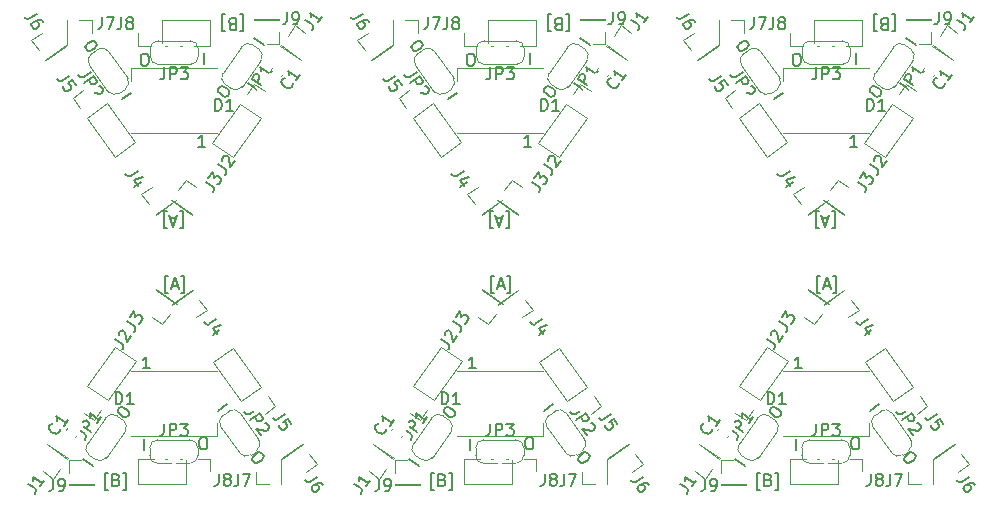
<source format=gto>
G04 #@! TF.GenerationSoftware,KiCad,Pcbnew,(5.1.12)-1*
G04 #@! TF.CreationDate,2023-06-19T18:47:51+09:00*
G04 #@! TF.ProjectId,LED_Sphere_3V-TypeA-Panelized,4c45445f-5370-4686-9572-655f33562d54,rev?*
G04 #@! TF.SameCoordinates,PX5f5e100PY68e7780*
G04 #@! TF.FileFunction,Legend,Top*
G04 #@! TF.FilePolarity,Positive*
%FSLAX46Y46*%
G04 Gerber Fmt 4.6, Leading zero omitted, Abs format (unit mm)*
G04 Created by KiCad (PCBNEW (5.1.12)-1) date 2023-06-19 18:47:51*
%MOMM*%
%LPD*%
G01*
G04 APERTURE LIST*
%ADD10C,0.150000*%
%ADD11C,0.120000*%
%ADD12C,0.600000*%
%ADD13C,0.100000*%
%ADD14R,1.350000X1.350000*%
%ADD15R,1.000000X1.500000*%
%ADD16O,1.350000X1.350000*%
%ADD17R,1.500000X1.000000*%
%ADD18C,2.700000*%
G04 APERTURE END LIST*
D10*
X19102857Y40735715D02*
X19340952Y40735715D01*
X19340952Y39307143D01*
X19102857Y39307143D01*
X18388571Y39878572D02*
X18245714Y39926191D01*
X18198095Y39973810D01*
X18150476Y40069048D01*
X18150476Y40211905D01*
X18198095Y40307143D01*
X18245714Y40354762D01*
X18340952Y40402381D01*
X18721904Y40402381D01*
X18721904Y39402381D01*
X18388571Y39402381D01*
X18293333Y39450000D01*
X18245714Y39497620D01*
X18198095Y39592858D01*
X18198095Y39688096D01*
X18245714Y39783334D01*
X18293333Y39830953D01*
X18388571Y39878572D01*
X18721904Y39878572D01*
X17817142Y40735715D02*
X17579047Y40735715D01*
X17579047Y39307143D01*
X17817142Y39307143D01*
X46702857Y40735715D02*
X46940952Y40735715D01*
X46940952Y39307143D01*
X46702857Y39307143D01*
X45988571Y39878572D02*
X45845714Y39926191D01*
X45798095Y39973810D01*
X45750476Y40069048D01*
X45750476Y40211905D01*
X45798095Y40307143D01*
X45845714Y40354762D01*
X45940952Y40402381D01*
X46321904Y40402381D01*
X46321904Y39402381D01*
X45988571Y39402381D01*
X45893333Y39450000D01*
X45845714Y39497620D01*
X45798095Y39592858D01*
X45798095Y39688096D01*
X45845714Y39783334D01*
X45893333Y39830953D01*
X45988571Y39878572D01*
X46321904Y39878572D01*
X45417142Y40735715D02*
X45179047Y40735715D01*
X45179047Y39307143D01*
X45417142Y39307143D01*
X74302857Y40735715D02*
X74540952Y40735715D01*
X74540952Y39307143D01*
X74302857Y39307143D01*
X73588571Y39878572D02*
X73445714Y39926191D01*
X73398095Y39973810D01*
X73350476Y40069048D01*
X73350476Y40211905D01*
X73398095Y40307143D01*
X73445714Y40354762D01*
X73540952Y40402381D01*
X73921904Y40402381D01*
X73921904Y39402381D01*
X73588571Y39402381D01*
X73493333Y39450000D01*
X73445714Y39497620D01*
X73398095Y39592858D01*
X73398095Y39688096D01*
X73445714Y39783334D01*
X73493333Y39830953D01*
X73588571Y39878572D01*
X73921904Y39878572D01*
X73017142Y40735715D02*
X72779047Y40735715D01*
X72779047Y39307143D01*
X73017142Y39307143D01*
X63097142Y484286D02*
X62859047Y484286D01*
X62859047Y1912858D01*
X63097142Y1912858D01*
X63811428Y1341429D02*
X63954285Y1293810D01*
X64001904Y1246191D01*
X64049523Y1150953D01*
X64049523Y1008096D01*
X64001904Y912858D01*
X63954285Y865239D01*
X63859047Y817620D01*
X63478095Y817620D01*
X63478095Y1817620D01*
X63811428Y1817620D01*
X63906666Y1770000D01*
X63954285Y1722381D01*
X64001904Y1627143D01*
X64001904Y1531905D01*
X63954285Y1436667D01*
X63906666Y1389048D01*
X63811428Y1341429D01*
X63478095Y1341429D01*
X64382857Y484286D02*
X64620952Y484286D01*
X64620952Y1912858D01*
X64382857Y1912858D01*
X35497142Y484286D02*
X35259047Y484286D01*
X35259047Y1912858D01*
X35497142Y1912858D01*
X36211428Y1341429D02*
X36354285Y1293810D01*
X36401904Y1246191D01*
X36449523Y1150953D01*
X36449523Y1008096D01*
X36401904Y912858D01*
X36354285Y865239D01*
X36259047Y817620D01*
X35878095Y817620D01*
X35878095Y1817620D01*
X36211428Y1817620D01*
X36306666Y1770000D01*
X36354285Y1722381D01*
X36401904Y1627143D01*
X36401904Y1531905D01*
X36354285Y1436667D01*
X36306666Y1389048D01*
X36211428Y1341429D01*
X35878095Y1341429D01*
X36782857Y484286D02*
X37020952Y484286D01*
X37020952Y1912858D01*
X36782857Y1912858D01*
X14011428Y24085715D02*
X14249523Y24085715D01*
X14249523Y22657143D01*
X14011428Y22657143D01*
X13678095Y23466667D02*
X13201904Y23466667D01*
X13773333Y23752381D02*
X13440000Y22752381D01*
X13106666Y23752381D01*
X12868571Y24085715D02*
X12630476Y24085715D01*
X12630476Y22657143D01*
X12868571Y22657143D01*
X41611428Y24085715D02*
X41849523Y24085715D01*
X41849523Y22657143D01*
X41611428Y22657143D01*
X41278095Y23466667D02*
X40801904Y23466667D01*
X41373333Y23752381D02*
X41040000Y22752381D01*
X40706666Y23752381D01*
X40468571Y24085715D02*
X40230476Y24085715D01*
X40230476Y22657143D01*
X40468571Y22657143D01*
X69211428Y24085715D02*
X69449523Y24085715D01*
X69449523Y22657143D01*
X69211428Y22657143D01*
X68878095Y23466667D02*
X68401904Y23466667D01*
X68973333Y23752381D02*
X68640000Y22752381D01*
X68306666Y23752381D01*
X68068571Y24085715D02*
X67830476Y24085715D01*
X67830476Y22657143D01*
X68068571Y22657143D01*
X68188571Y17134286D02*
X67950476Y17134286D01*
X67950476Y18562858D01*
X68188571Y18562858D01*
X68521904Y17753334D02*
X68998095Y17753334D01*
X68426666Y17467620D02*
X68760000Y18467620D01*
X69093333Y17467620D01*
X69331428Y17134286D02*
X69569523Y17134286D01*
X69569523Y18562858D01*
X69331428Y18562858D01*
X40588571Y17134286D02*
X40350476Y17134286D01*
X40350476Y18562858D01*
X40588571Y18562858D01*
X40921904Y17753334D02*
X41398095Y17753334D01*
X40826666Y17467620D02*
X41160000Y18467620D01*
X41493333Y17467620D01*
X41731428Y17134286D02*
X41969523Y17134286D01*
X41969523Y18562858D01*
X41731428Y18562858D01*
X12988571Y17134286D02*
X12750476Y17134286D01*
X12750476Y18562858D01*
X12988571Y18562858D01*
X13321904Y17753334D02*
X13798095Y17753334D01*
X13226666Y17467620D02*
X13560000Y18467620D01*
X13893333Y17467620D01*
X14131428Y17134286D02*
X14369523Y17134286D01*
X14369523Y18562858D01*
X14131428Y18562858D01*
X7897142Y484286D02*
X7659047Y484286D01*
X7659047Y1912858D01*
X7897142Y1912858D01*
X8611428Y1341429D02*
X8754285Y1293810D01*
X8801904Y1246191D01*
X8849523Y1150953D01*
X8849523Y1008096D01*
X8801904Y912858D01*
X8754285Y865239D01*
X8659047Y817620D01*
X8278095Y817620D01*
X8278095Y1817620D01*
X8611428Y1817620D01*
X8706666Y1770000D01*
X8754285Y1722381D01*
X8801904Y1627143D01*
X8801904Y1531905D01*
X8754285Y1436667D01*
X8706666Y1389048D01*
X8611428Y1341429D01*
X8278095Y1341429D01*
X9182857Y484286D02*
X9420952Y484286D01*
X9420952Y1912858D01*
X9182857Y1912858D01*
D11*
X9372065Y34422772D02*
X8882988Y34075204D01*
X7944134Y37640460D02*
X9566121Y35358102D01*
X6507935Y37417228D02*
X6997012Y37764796D01*
X7935866Y34199540D02*
X6313879Y36481898D01*
X6342842Y36441141D02*
G75*
G02*
X6507935Y37417228I570590J405497D01*
G01*
X6997012Y37764796D02*
G75*
G02*
X7973098Y37599704I405497J-570589D01*
G01*
X9537158Y35398859D02*
G75*
G02*
X9372065Y34422772I-570590J-405497D01*
G01*
X8882988Y34075204D02*
G75*
G02*
X7906902Y34240296I-405497J570589D01*
G01*
X36972065Y34422772D02*
X36482988Y34075204D01*
X35544134Y37640460D02*
X37166121Y35358102D01*
X34107935Y37417228D02*
X34597012Y37764796D01*
X35535866Y34199540D02*
X33913879Y36481898D01*
X33942842Y36441141D02*
G75*
G02*
X34107935Y37417228I570590J405497D01*
G01*
X34597012Y37764796D02*
G75*
G02*
X35573098Y37599704I405497J-570589D01*
G01*
X37137158Y35398859D02*
G75*
G02*
X36972065Y34422772I-570590J-405497D01*
G01*
X36482988Y34075204D02*
G75*
G02*
X35506902Y34240296I-405497J570589D01*
G01*
X64572065Y34422772D02*
X64082988Y34075204D01*
X63144134Y37640460D02*
X64766121Y35358102D01*
X61707935Y37417228D02*
X62197012Y37764796D01*
X63135866Y34199540D02*
X61513879Y36481898D01*
X61542842Y36441141D02*
G75*
G02*
X61707935Y37417228I570590J405497D01*
G01*
X62197012Y37764796D02*
G75*
G02*
X63173098Y37599704I405497J-570589D01*
G01*
X64737158Y35398859D02*
G75*
G02*
X64572065Y34422772I-570590J-405497D01*
G01*
X64082988Y34075204D02*
G75*
G02*
X63106902Y34240296I-405497J570589D01*
G01*
X72827935Y6797228D02*
X73317012Y7144796D01*
X74255866Y3579540D02*
X72633879Y5861898D01*
X75692065Y3802772D02*
X75202988Y3455204D01*
X74264134Y7020460D02*
X75886121Y4738102D01*
X75857158Y4778859D02*
G75*
G02*
X75692065Y3802772I-570590J-405497D01*
G01*
X75202988Y3455204D02*
G75*
G02*
X74226902Y3620296I-405497J570589D01*
G01*
X72662842Y5821141D02*
G75*
G02*
X72827935Y6797228I570590J405497D01*
G01*
X73317012Y7144796D02*
G75*
G02*
X74293098Y6979704I405497J-570589D01*
G01*
X45227935Y6797228D02*
X45717012Y7144796D01*
X46655866Y3579540D02*
X45033879Y5861898D01*
X48092065Y3802772D02*
X47602988Y3455204D01*
X46664134Y7020460D02*
X48286121Y4738102D01*
X48257158Y4778859D02*
G75*
G02*
X48092065Y3802772I-570590J-405497D01*
G01*
X47602988Y3455204D02*
G75*
G02*
X46626902Y3620296I-405497J570589D01*
G01*
X45062842Y5821141D02*
G75*
G02*
X45227935Y6797228I570590J405497D01*
G01*
X45717012Y7144796D02*
G75*
G02*
X46693098Y6979704I405497J-570589D01*
G01*
X6530000Y40260000D02*
X6530000Y39200000D01*
X5470000Y40260000D02*
X6530000Y40260000D01*
X4470000Y40260000D02*
X4470000Y38140000D01*
X4470000Y38140000D02*
X4410000Y38140000D01*
X4470000Y40260000D02*
X4410000Y40260000D01*
X4410000Y40260000D02*
X4410000Y38140000D01*
X34130000Y40260000D02*
X34130000Y39200000D01*
X33070000Y40260000D02*
X34130000Y40260000D01*
X32070000Y40260000D02*
X32070000Y38140000D01*
X32070000Y38140000D02*
X32010000Y38140000D01*
X32070000Y40260000D02*
X32010000Y40260000D01*
X32010000Y40260000D02*
X32010000Y38140000D01*
X61730000Y40260000D02*
X61730000Y39200000D01*
X60670000Y40260000D02*
X61730000Y40260000D01*
X59670000Y40260000D02*
X59670000Y38140000D01*
X59670000Y38140000D02*
X59610000Y38140000D01*
X59670000Y40260000D02*
X59610000Y40260000D01*
X59610000Y40260000D02*
X59610000Y38140000D01*
X75670000Y960000D02*
X75670000Y2020000D01*
X76730000Y960000D02*
X75670000Y960000D01*
X77730000Y960000D02*
X77730000Y3080000D01*
X77730000Y3080000D02*
X77790000Y3080000D01*
X77730000Y960000D02*
X77790000Y960000D01*
X77790000Y960000D02*
X77790000Y3080000D01*
X48070000Y960000D02*
X48070000Y2020000D01*
X49130000Y960000D02*
X48070000Y960000D01*
X50130000Y960000D02*
X50130000Y3080000D01*
X50130000Y3080000D02*
X50190000Y3080000D01*
X50130000Y960000D02*
X50190000Y960000D01*
X50190000Y960000D02*
X50190000Y3080000D01*
X20876121Y36871898D02*
X19254134Y34589540D01*
X18307012Y34465204D02*
X17817935Y34812772D01*
X17623879Y35748102D02*
X19245866Y38030460D01*
X20192988Y38154796D02*
X20682065Y37807228D01*
X20682065Y37807227D02*
G75*
G02*
X20847157Y36831141I-405497J-570589D01*
G01*
X19216902Y37989704D02*
G75*
G02*
X20192988Y38154796I570589J-405497D01*
G01*
X17817935Y34812773D02*
G75*
G02*
X17652843Y35788859I405497J570589D01*
G01*
X19283098Y34630296D02*
G75*
G02*
X18307012Y34465204I-570589J405497D01*
G01*
X48476121Y36871898D02*
X46854134Y34589540D01*
X45907012Y34465204D02*
X45417935Y34812772D01*
X45223879Y35748102D02*
X46845866Y38030460D01*
X47792988Y38154796D02*
X48282065Y37807228D01*
X48282065Y37807227D02*
G75*
G02*
X48447157Y36831141I-405497J-570589D01*
G01*
X46816902Y37989704D02*
G75*
G02*
X47792988Y38154796I570589J-405497D01*
G01*
X45417935Y34812773D02*
G75*
G02*
X45252843Y35788859I405497J570589D01*
G01*
X46883098Y34630296D02*
G75*
G02*
X45907012Y34465204I-570589J405497D01*
G01*
X76076121Y36871898D02*
X74454134Y34589540D01*
X73507012Y34465204D02*
X73017935Y34812772D01*
X72823879Y35748102D02*
X74445866Y38030460D01*
X75392988Y38154796D02*
X75882065Y37807228D01*
X75882065Y37807227D02*
G75*
G02*
X76047157Y36831141I-405497J-570589D01*
G01*
X74416902Y37989704D02*
G75*
G02*
X75392988Y38154796I570589J-405497D01*
G01*
X73017935Y34812773D02*
G75*
G02*
X72852843Y35788859I405497J570589D01*
G01*
X74483098Y34630296D02*
G75*
G02*
X73507012Y34465204I-570589J405497D01*
G01*
X61323879Y4348102D02*
X62945866Y6630460D01*
X63892988Y6754796D02*
X64382065Y6407228D01*
X64576121Y5471898D02*
X62954134Y3189540D01*
X62007012Y3065204D02*
X61517935Y3412772D01*
X61517935Y3412773D02*
G75*
G02*
X61352843Y4388859I405497J570589D01*
G01*
X62983098Y3230296D02*
G75*
G02*
X62007012Y3065204I-570589J405497D01*
G01*
X64382065Y6407227D02*
G75*
G02*
X64547157Y5431141I-405497J-570589D01*
G01*
X62916902Y6589704D02*
G75*
G02*
X63892988Y6754796I570589J-405497D01*
G01*
X33723879Y4348102D02*
X35345866Y6630460D01*
X36292988Y6754796D02*
X36782065Y6407228D01*
X36976121Y5471898D02*
X35354134Y3189540D01*
X34407012Y3065204D02*
X33917935Y3412772D01*
X33917935Y3412773D02*
G75*
G02*
X33752843Y4388859I405497J570589D01*
G01*
X35383098Y3230296D02*
G75*
G02*
X34407012Y3065204I-570589J405497D01*
G01*
X36782065Y6407227D02*
G75*
G02*
X36947157Y5431141I-405497J-570589D01*
G01*
X35316902Y6589704D02*
G75*
G02*
X36292988Y6754796I570589J-405497D01*
G01*
X14920000Y36500000D02*
X12120000Y36500000D01*
X11470000Y37200000D02*
X11470000Y37800000D01*
X12120000Y38500000D02*
X14920000Y38500000D01*
X15570000Y37800000D02*
X15570000Y37200000D01*
X15570000Y37200000D02*
G75*
G02*
X14870000Y36500000I-700000J0D01*
G01*
X14870000Y38500000D02*
G75*
G02*
X15570000Y37800000I0J-700000D01*
G01*
X11470000Y37800000D02*
G75*
G02*
X12170000Y38500000I700000J0D01*
G01*
X12170000Y36500000D02*
G75*
G02*
X11470000Y37200000I0J700000D01*
G01*
X42520000Y36500000D02*
X39720000Y36500000D01*
X39070000Y37200000D02*
X39070000Y37800000D01*
X39720000Y38500000D02*
X42520000Y38500000D01*
X43170000Y37800000D02*
X43170000Y37200000D01*
X43170000Y37200000D02*
G75*
G02*
X42470000Y36500000I-700000J0D01*
G01*
X42470000Y38500000D02*
G75*
G02*
X43170000Y37800000I0J-700000D01*
G01*
X39070000Y37800000D02*
G75*
G02*
X39770000Y38500000I700000J0D01*
G01*
X39770000Y36500000D02*
G75*
G02*
X39070000Y37200000I0J700000D01*
G01*
X70120000Y36500000D02*
X67320000Y36500000D01*
X66670000Y37200000D02*
X66670000Y37800000D01*
X67320000Y38500000D02*
X70120000Y38500000D01*
X70770000Y37800000D02*
X70770000Y37200000D01*
X70770000Y37200000D02*
G75*
G02*
X70070000Y36500000I-700000J0D01*
G01*
X70070000Y38500000D02*
G75*
G02*
X70770000Y37800000I0J-700000D01*
G01*
X66670000Y37800000D02*
G75*
G02*
X67370000Y38500000I700000J0D01*
G01*
X67370000Y36500000D02*
G75*
G02*
X66670000Y37200000I0J700000D01*
G01*
X67280000Y4720000D02*
X70080000Y4720000D01*
X70730000Y4020000D02*
X70730000Y3420000D01*
X70080000Y2720000D02*
X67280000Y2720000D01*
X66630000Y3420000D02*
X66630000Y4020000D01*
X66630000Y4020000D02*
G75*
G02*
X67330000Y4720000I700000J0D01*
G01*
X67330000Y2720000D02*
G75*
G02*
X66630000Y3420000I0J700000D01*
G01*
X70730000Y3420000D02*
G75*
G02*
X70030000Y2720000I-700000J0D01*
G01*
X70030000Y4720000D02*
G75*
G02*
X70730000Y4020000I0J-700000D01*
G01*
X39680000Y4720000D02*
X42480000Y4720000D01*
X43130000Y4020000D02*
X43130000Y3420000D01*
X42480000Y2720000D02*
X39680000Y2720000D01*
X39030000Y3420000D02*
X39030000Y4020000D01*
X39030000Y4020000D02*
G75*
G02*
X39730000Y4720000I700000J0D01*
G01*
X39730000Y2720000D02*
G75*
G02*
X39030000Y3420000I0J700000D01*
G01*
X43130000Y3420000D02*
G75*
G02*
X42430000Y2720000I-700000J0D01*
G01*
X42430000Y4720000D02*
G75*
G02*
X43130000Y4020000I0J-700000D01*
G01*
X22420000Y40340000D02*
X20300000Y40340000D01*
X22420000Y40280000D02*
X22420000Y40340000D01*
X20300000Y40280000D02*
X20300000Y40340000D01*
X22420000Y40280000D02*
X20300000Y40280000D01*
X22420000Y39280000D02*
X22420000Y38220000D01*
X22420000Y38220000D02*
X21360000Y38220000D01*
X50020000Y40340000D02*
X47900000Y40340000D01*
X50020000Y40280000D02*
X50020000Y40340000D01*
X47900000Y40280000D02*
X47900000Y40340000D01*
X50020000Y40280000D02*
X47900000Y40280000D01*
X50020000Y39280000D02*
X50020000Y38220000D01*
X50020000Y38220000D02*
X48960000Y38220000D01*
X77620000Y40340000D02*
X75500000Y40340000D01*
X77620000Y40280000D02*
X77620000Y40340000D01*
X75500000Y40280000D02*
X75500000Y40340000D01*
X77620000Y40280000D02*
X75500000Y40280000D01*
X77620000Y39280000D02*
X77620000Y38220000D01*
X77620000Y38220000D02*
X76560000Y38220000D01*
X59780000Y880000D02*
X61900000Y880000D01*
X59780000Y940000D02*
X59780000Y880000D01*
X61900000Y940000D02*
X61900000Y880000D01*
X59780000Y940000D02*
X61900000Y940000D01*
X59780000Y1940000D02*
X59780000Y3000000D01*
X59780000Y3000000D02*
X60840000Y3000000D01*
X32180000Y880000D02*
X34300000Y880000D01*
X32180000Y940000D02*
X32180000Y880000D01*
X34300000Y940000D02*
X34300000Y880000D01*
X32180000Y940000D02*
X34300000Y940000D01*
X32180000Y1940000D02*
X32180000Y3000000D01*
X32180000Y3000000D02*
X33240000Y3000000D01*
X16550000Y38100000D02*
X16550000Y40220000D01*
X12490000Y38100000D02*
X16550000Y38100000D01*
X12490000Y40220000D02*
X16550000Y40220000D01*
X12490000Y38100000D02*
X12490000Y40220000D01*
X11490000Y38100000D02*
X10430000Y38100000D01*
X10430000Y38100000D02*
X10430000Y39160000D01*
X44150000Y38100000D02*
X44150000Y40220000D01*
X40090000Y38100000D02*
X44150000Y38100000D01*
X40090000Y40220000D02*
X44150000Y40220000D01*
X40090000Y38100000D02*
X40090000Y40220000D01*
X39090000Y38100000D02*
X38030000Y38100000D01*
X38030000Y38100000D02*
X38030000Y39160000D01*
X71750000Y38100000D02*
X71750000Y40220000D01*
X67690000Y38100000D02*
X71750000Y38100000D01*
X67690000Y40220000D02*
X71750000Y40220000D01*
X67690000Y38100000D02*
X67690000Y40220000D01*
X66690000Y38100000D02*
X65630000Y38100000D01*
X65630000Y38100000D02*
X65630000Y39160000D01*
X65650000Y3120000D02*
X65650000Y1000000D01*
X69710000Y3120000D02*
X65650000Y3120000D01*
X69710000Y1000000D02*
X65650000Y1000000D01*
X69710000Y3120000D02*
X69710000Y1000000D01*
X70710000Y3120000D02*
X71770000Y3120000D01*
X71770000Y3120000D02*
X71770000Y2060000D01*
X38050000Y3120000D02*
X38050000Y1000000D01*
X42110000Y3120000D02*
X38050000Y3120000D01*
X42110000Y1000000D02*
X38050000Y1000000D01*
X42110000Y3120000D02*
X42110000Y1000000D01*
X43110000Y3120000D02*
X44170000Y3120000D01*
X44170000Y3120000D02*
X44170000Y2060000D01*
X13261926Y24990003D02*
X14989997Y23761926D01*
X13296683Y25038910D02*
X13261926Y24990003D01*
X15024754Y23810834D02*
X14989997Y23761926D01*
X13296683Y25038910D02*
X15024754Y23810834D01*
X13875965Y25854038D02*
X14490003Y26718074D01*
X14490003Y26718074D02*
X15354038Y26104035D01*
X40861926Y24990003D02*
X42589997Y23761926D01*
X40896683Y25038910D02*
X40861926Y24990003D01*
X42624754Y23810834D02*
X42589997Y23761926D01*
X40896683Y25038910D02*
X42624754Y23810834D01*
X41475965Y25854038D02*
X42090003Y26718074D01*
X42090003Y26718074D02*
X42954038Y26104035D01*
X68461926Y24990003D02*
X70189997Y23761926D01*
X68496683Y25038910D02*
X68461926Y24990003D01*
X70224754Y23810834D02*
X70189997Y23761926D01*
X68496683Y25038910D02*
X70224754Y23810834D01*
X69075965Y25854038D02*
X69690003Y26718074D01*
X69690003Y26718074D02*
X70554038Y26104035D01*
X68938074Y16229997D02*
X67210003Y17458074D01*
X68903317Y16181090D02*
X68938074Y16229997D01*
X67175246Y17409166D02*
X67210003Y17458074D01*
X68903317Y16181090D02*
X67175246Y17409166D01*
X68324035Y15365962D02*
X67709997Y14501926D01*
X67709997Y14501926D02*
X66845962Y15115965D01*
X41338074Y16229997D02*
X39610003Y17458074D01*
X41303317Y16181090D02*
X41338074Y16229997D01*
X39575246Y17409166D02*
X39610003Y17458074D01*
X41303317Y16181090D02*
X39575246Y17409166D01*
X40724035Y15365962D02*
X40109997Y14501926D01*
X40109997Y14501926D02*
X39245962Y15115965D01*
X21692849Y36070843D02*
X21855720Y36300024D01*
X22524280Y35479976D02*
X22687151Y35709157D01*
X49292849Y36070843D02*
X49455720Y36300024D01*
X50124280Y35479976D02*
X50287151Y35709157D01*
X76892849Y36070843D02*
X77055720Y36300024D01*
X77724280Y35479976D02*
X77887151Y35709157D01*
X60507151Y5149157D02*
X60344280Y4919976D01*
X59675720Y5740024D02*
X59512849Y5510843D01*
X32907151Y5149157D02*
X32744280Y4919976D01*
X32075720Y5740024D02*
X31912849Y5510843D01*
X10741926Y25509997D02*
X11605962Y26124035D01*
X11355965Y24645962D02*
X10741926Y25509997D01*
X11935246Y23830834D02*
X13663317Y25058910D01*
X13663317Y25058910D02*
X13698074Y25010003D01*
X11935246Y23830834D02*
X11970003Y23781926D01*
X11970003Y23781926D02*
X13698074Y25010003D01*
X38341926Y25509997D02*
X39205962Y26124035D01*
X38955965Y24645962D02*
X38341926Y25509997D01*
X39535246Y23830834D02*
X41263317Y25058910D01*
X41263317Y25058910D02*
X41298074Y25010003D01*
X39535246Y23830834D02*
X39570003Y23781926D01*
X39570003Y23781926D02*
X41298074Y25010003D01*
X65941926Y25509997D02*
X66805962Y26124035D01*
X66555965Y24645962D02*
X65941926Y25509997D01*
X67135246Y23830834D02*
X68863317Y25058910D01*
X68863317Y25058910D02*
X68898074Y25010003D01*
X67135246Y23830834D02*
X67170003Y23781926D01*
X67170003Y23781926D02*
X68898074Y25010003D01*
X71458074Y15710003D02*
X70594038Y15095965D01*
X70844035Y16574038D02*
X71458074Y15710003D01*
X70264754Y17389166D02*
X68536683Y16161090D01*
X68536683Y16161090D02*
X68501926Y16209997D01*
X70264754Y17389166D02*
X70229997Y17438074D01*
X70229997Y17438074D02*
X68501926Y16209997D01*
X43858074Y15710003D02*
X42994038Y15095965D01*
X43244035Y16574038D02*
X43858074Y15710003D01*
X42664754Y17389166D02*
X40936683Y16161090D01*
X40936683Y16161090D02*
X40901926Y16209997D01*
X42664754Y17389166D02*
X42629997Y17438074D01*
X42629997Y17438074D02*
X40901926Y16209997D01*
X16753364Y29859747D02*
X18481435Y28631671D01*
X19105245Y33169166D02*
X16753364Y29859747D01*
X20833316Y31941090D02*
X18481435Y28631671D01*
X19105245Y33169166D02*
X20833316Y31941090D01*
X19684527Y33984294D02*
X20298565Y34848330D01*
X20298565Y34848330D02*
X21162600Y34234291D01*
X44353364Y29859747D02*
X46081435Y28631671D01*
X46705245Y33169166D02*
X44353364Y29859747D01*
X48433316Y31941090D02*
X46081435Y28631671D01*
X46705245Y33169166D02*
X48433316Y31941090D01*
X47284527Y33984294D02*
X47898565Y34848330D01*
X47898565Y34848330D02*
X48762600Y34234291D01*
X71953364Y29859747D02*
X73681435Y28631671D01*
X74305245Y33169166D02*
X71953364Y29859747D01*
X76033316Y31941090D02*
X73681435Y28631671D01*
X74305245Y33169166D02*
X76033316Y31941090D01*
X74884527Y33984294D02*
X75498565Y34848330D01*
X75498565Y34848330D02*
X76362600Y34234291D01*
X65446636Y11360253D02*
X63718565Y12588329D01*
X63094755Y8050834D02*
X65446636Y11360253D01*
X61366684Y9278910D02*
X63718565Y12588329D01*
X63094755Y8050834D02*
X61366684Y9278910D01*
X62515473Y7235706D02*
X61901435Y6371670D01*
X61901435Y6371670D02*
X61037400Y6985709D01*
X37846636Y11360253D02*
X36118565Y12588329D01*
X35494755Y8050834D02*
X37846636Y11360253D01*
X33766684Y9278910D02*
X36118565Y12588329D01*
X35494755Y8050834D02*
X33766684Y9278910D01*
X34915473Y7235706D02*
X34301435Y6371670D01*
X34301435Y6371670D02*
X33437400Y6985709D01*
X23740003Y39798074D02*
X24604038Y39184035D01*
X23125965Y38934038D02*
X23740003Y39798074D01*
X22546683Y38118910D02*
X24274754Y36890834D01*
X24274754Y36890834D02*
X24239997Y36841926D01*
X22546683Y38118910D02*
X22511926Y38070003D01*
X22511926Y38070003D02*
X24239997Y36841926D01*
X51340003Y39798074D02*
X52204038Y39184035D01*
X50725965Y38934038D02*
X51340003Y39798074D01*
X50146683Y38118910D02*
X51874754Y36890834D01*
X51874754Y36890834D02*
X51839997Y36841926D01*
X50146683Y38118910D02*
X50111926Y38070003D01*
X50111926Y38070003D02*
X51839997Y36841926D01*
X78940003Y39798074D02*
X79804038Y39184035D01*
X78325965Y38934038D02*
X78940003Y39798074D01*
X77746683Y38118910D02*
X79474754Y36890834D01*
X79474754Y36890834D02*
X79439997Y36841926D01*
X77746683Y38118910D02*
X77711926Y38070003D01*
X77711926Y38070003D02*
X79439997Y36841926D01*
X58459997Y1421926D02*
X57595962Y2035965D01*
X59074035Y2285962D02*
X58459997Y1421926D01*
X59653317Y3101090D02*
X57925246Y4329166D01*
X57925246Y4329166D02*
X57960003Y4378074D01*
X59653317Y3101090D02*
X59688074Y3149997D01*
X59688074Y3149997D02*
X57960003Y4378074D01*
X30859997Y1421926D02*
X29995962Y2035965D01*
X31474035Y2285962D02*
X30859997Y1421926D01*
X32053317Y3101090D02*
X30325246Y4329166D01*
X30325246Y4329166D02*
X30360003Y4378074D01*
X32053317Y3101090D02*
X32088074Y3149997D01*
X32088074Y3149997D02*
X30360003Y4378074D01*
X17150000Y30720000D02*
X9850000Y30720000D01*
X17150000Y36220000D02*
X9850000Y36220000D01*
X9850000Y36220000D02*
X9850000Y35070000D01*
X44750000Y30720000D02*
X37450000Y30720000D01*
X44750000Y36220000D02*
X37450000Y36220000D01*
X37450000Y36220000D02*
X37450000Y35070000D01*
X72350000Y30720000D02*
X65050000Y30720000D01*
X72350000Y36220000D02*
X65050000Y36220000D01*
X65050000Y36220000D02*
X65050000Y35070000D01*
X65050000Y10500000D02*
X72350000Y10500000D01*
X65050000Y5000000D02*
X72350000Y5000000D01*
X72350000Y5000000D02*
X72350000Y6150000D01*
X37450000Y10500000D02*
X44750000Y10500000D01*
X37450000Y5000000D02*
X44750000Y5000000D01*
X44750000Y5000000D02*
X44750000Y6150000D01*
X2650003Y36851926D02*
X4378074Y38080003D01*
X2615246Y36900834D02*
X2650003Y36851926D01*
X4343317Y38128910D02*
X4378074Y38080003D01*
X2615246Y36900834D02*
X4343317Y38128910D01*
X2035965Y37715962D02*
X1421926Y38579997D01*
X1421926Y38579997D02*
X2285962Y39194035D01*
X30250003Y36851926D02*
X31978074Y38080003D01*
X30215246Y36900834D02*
X30250003Y36851926D01*
X31943317Y38128910D02*
X31978074Y38080003D01*
X30215246Y36900834D02*
X31943317Y38128910D01*
X29635965Y37715962D02*
X29021926Y38579997D01*
X29021926Y38579997D02*
X29885962Y39194035D01*
X57850003Y36851926D02*
X59578074Y38080003D01*
X57815246Y36900834D02*
X57850003Y36851926D01*
X59543317Y38128910D02*
X59578074Y38080003D01*
X57815246Y36900834D02*
X59543317Y38128910D01*
X57235965Y37715962D02*
X56621926Y38579997D01*
X56621926Y38579997D02*
X57485962Y39194035D01*
X79549997Y4368074D02*
X77821926Y3139997D01*
X79584754Y4319166D02*
X79549997Y4368074D01*
X77856683Y3091090D02*
X77821926Y3139997D01*
X79584754Y4319166D02*
X77856683Y3091090D01*
X80164035Y3504038D02*
X80778074Y2640003D01*
X80778074Y2640003D02*
X79914038Y2025965D01*
X51949997Y4368074D02*
X50221926Y3139997D01*
X51984754Y4319166D02*
X51949997Y4368074D01*
X50256683Y3091090D02*
X50221926Y3139997D01*
X51984754Y4319166D02*
X50256683Y3091090D01*
X52564035Y3504038D02*
X53178074Y2640003D01*
X53178074Y2640003D02*
X52314038Y2025965D01*
X4923364Y33680253D02*
X5787400Y34294291D01*
X5537403Y32816218D02*
X4923364Y33680253D01*
X6116684Y32001090D02*
X7844755Y33229166D01*
X7844755Y33229166D02*
X10196636Y29919747D01*
X6116684Y32001090D02*
X8468565Y28691671D01*
X8468565Y28691671D02*
X10196636Y29919747D01*
X32523364Y33680253D02*
X33387400Y34294291D01*
X33137403Y32816218D02*
X32523364Y33680253D01*
X33716684Y32001090D02*
X35444755Y33229166D01*
X35444755Y33229166D02*
X37796636Y29919747D01*
X33716684Y32001090D02*
X36068565Y28691671D01*
X36068565Y28691671D02*
X37796636Y29919747D01*
X60123364Y33680253D02*
X60987400Y34294291D01*
X60737403Y32816218D02*
X60123364Y33680253D01*
X61316684Y32001090D02*
X63044755Y33229166D01*
X63044755Y33229166D02*
X65396636Y29919747D01*
X61316684Y32001090D02*
X63668565Y28691671D01*
X63668565Y28691671D02*
X65396636Y29919747D01*
X77276636Y7539747D02*
X76412600Y6925709D01*
X76662597Y8403782D02*
X77276636Y7539747D01*
X76083316Y9218910D02*
X74355245Y7990834D01*
X74355245Y7990834D02*
X72003364Y11300253D01*
X76083316Y9218910D02*
X73731435Y12528329D01*
X73731435Y12528329D02*
X72003364Y11300253D01*
X49676636Y7539747D02*
X48812600Y6925709D01*
X49062597Y8403782D02*
X49676636Y7539747D01*
X48483316Y9218910D02*
X46755245Y7990834D01*
X46755245Y7990834D02*
X44403364Y11300253D01*
X48483316Y9218910D02*
X46131435Y12528329D01*
X46131435Y12528329D02*
X44403364Y11300253D01*
X4475720Y5740024D02*
X4312849Y5510843D01*
X5307151Y5149157D02*
X5144280Y4919976D01*
X17150000Y5000000D02*
X17150000Y6150000D01*
X9850000Y5000000D02*
X17150000Y5000000D01*
X9850000Y10500000D02*
X17150000Y10500000D01*
X4488074Y3149997D02*
X2760003Y4378074D01*
X4453317Y3101090D02*
X4488074Y3149997D01*
X2725246Y4329166D02*
X2760003Y4378074D01*
X4453317Y3101090D02*
X2725246Y4329166D01*
X3874035Y2285962D02*
X3259997Y1421926D01*
X3259997Y1421926D02*
X2395962Y2035965D01*
X6701435Y6371670D02*
X5837400Y6985709D01*
X7315473Y7235706D02*
X6701435Y6371670D01*
X7894755Y8050834D02*
X6166684Y9278910D01*
X6166684Y9278910D02*
X8518565Y12588329D01*
X7894755Y8050834D02*
X10246636Y11360253D01*
X10246636Y11360253D02*
X8518565Y12588329D01*
X12509997Y14501926D02*
X11645962Y15115965D01*
X13124035Y15365962D02*
X12509997Y14501926D01*
X13703317Y16181090D02*
X11975246Y17409166D01*
X11975246Y17409166D02*
X12010003Y17458074D01*
X13703317Y16181090D02*
X13738074Y16229997D01*
X13738074Y16229997D02*
X12010003Y17458074D01*
X15029997Y17438074D02*
X13301926Y16209997D01*
X15064754Y17389166D02*
X15029997Y17438074D01*
X13336683Y16161090D02*
X13301926Y16209997D01*
X15064754Y17389166D02*
X13336683Y16161090D01*
X15644035Y16574038D02*
X16258074Y15710003D01*
X16258074Y15710003D02*
X15394038Y15095965D01*
X18531435Y12528329D02*
X16803364Y11300253D01*
X20883316Y9218910D02*
X18531435Y12528329D01*
X19155245Y7990834D02*
X16803364Y11300253D01*
X20883316Y9218910D02*
X19155245Y7990834D01*
X21462597Y8403782D02*
X22076636Y7539747D01*
X22076636Y7539747D02*
X21212600Y6925709D01*
X25578074Y2640003D02*
X24714038Y2025965D01*
X24964035Y3504038D02*
X25578074Y2640003D01*
X24384754Y4319166D02*
X22656683Y3091090D01*
X22656683Y3091090D02*
X22621926Y3139997D01*
X24384754Y4319166D02*
X24349997Y4368074D01*
X24349997Y4368074D02*
X22621926Y3139997D01*
X22590000Y960000D02*
X22590000Y3080000D01*
X22530000Y960000D02*
X22590000Y960000D01*
X22530000Y3080000D02*
X22590000Y3080000D01*
X22530000Y960000D02*
X22530000Y3080000D01*
X21530000Y960000D02*
X20470000Y960000D01*
X20470000Y960000D02*
X20470000Y2020000D01*
X16570000Y3120000D02*
X16570000Y2060000D01*
X15510000Y3120000D02*
X16570000Y3120000D01*
X14510000Y3120000D02*
X14510000Y1000000D01*
X14510000Y1000000D02*
X10450000Y1000000D01*
X14510000Y3120000D02*
X10450000Y3120000D01*
X10450000Y3120000D02*
X10450000Y1000000D01*
X4580000Y3000000D02*
X5640000Y3000000D01*
X4580000Y1940000D02*
X4580000Y3000000D01*
X4580000Y940000D02*
X6700000Y940000D01*
X6700000Y940000D02*
X6700000Y880000D01*
X4580000Y940000D02*
X4580000Y880000D01*
X4580000Y880000D02*
X6700000Y880000D01*
X6807012Y3065204D02*
X6317935Y3412772D01*
X9376121Y5471898D02*
X7754134Y3189540D01*
X8692988Y6754796D02*
X9182065Y6407228D01*
X6123879Y4348102D02*
X7745866Y6630460D01*
X7716902Y6589704D02*
G75*
G02*
X8692988Y6754796I570589J-405497D01*
G01*
X9182065Y6407227D02*
G75*
G02*
X9347157Y5431141I-405497J-570589D01*
G01*
X7783098Y3230296D02*
G75*
G02*
X6807012Y3065204I-570589J405497D01*
G01*
X6317935Y3412773D02*
G75*
G02*
X6152843Y4388859I405497J570589D01*
G01*
X19064134Y7020460D02*
X20686121Y4738102D01*
X20492065Y3802772D02*
X20002988Y3455204D01*
X19055866Y3579540D02*
X17433879Y5861898D01*
X17627935Y6797228D02*
X18117012Y7144796D01*
X18117012Y7144796D02*
G75*
G02*
X19093098Y6979704I405497J-570589D01*
G01*
X17462842Y5821141D02*
G75*
G02*
X17627935Y6797228I570590J405497D01*
G01*
X20002988Y3455204D02*
G75*
G02*
X19026902Y3620296I-405497J570589D01*
G01*
X20657158Y4778859D02*
G75*
G02*
X20492065Y3802772I-570590J-405497D01*
G01*
X11430000Y3420000D02*
X11430000Y4020000D01*
X14880000Y2720000D02*
X12080000Y2720000D01*
X15530000Y4020000D02*
X15530000Y3420000D01*
X12080000Y4720000D02*
X14880000Y4720000D01*
X14830000Y4720000D02*
G75*
G02*
X15530000Y4020000I0J-700000D01*
G01*
X15530000Y3420000D02*
G75*
G02*
X14830000Y2720000I-700000J0D01*
G01*
X12130000Y2720000D02*
G75*
G02*
X11430000Y3420000I0J700000D01*
G01*
X11430000Y4020000D02*
G75*
G02*
X12130000Y4720000I700000J0D01*
G01*
D10*
X6436415Y35873793D02*
X5854181Y35460021D01*
X5710149Y35416082D01*
X5577348Y35438544D01*
X5455778Y35527406D01*
X5400608Y35605037D01*
X5897135Y34906356D02*
X6712263Y35485637D01*
X6932941Y35175112D01*
X6949295Y35069896D01*
X6938065Y35003496D01*
X6888018Y34909510D01*
X6771571Y34826756D01*
X6666355Y34810402D01*
X6599955Y34821633D01*
X6505970Y34871679D01*
X6285291Y35182204D01*
X7186328Y34654155D02*
X7252728Y34642924D01*
X7346714Y34592878D01*
X7484638Y34398800D01*
X7500992Y34293584D01*
X7489761Y34227183D01*
X7439715Y34133198D01*
X7362083Y34078029D01*
X7218052Y34034090D01*
X6421247Y34168859D01*
X6779849Y33664256D01*
X6825078Y38434189D02*
X6935418Y38278927D01*
X6951772Y38173711D01*
X6929310Y38040910D01*
X6801632Y37891755D01*
X6529923Y37698661D01*
X6347076Y37627138D01*
X6214275Y37649599D01*
X6120290Y37699646D01*
X6009951Y37854908D01*
X5993597Y37960124D01*
X6016058Y38092925D01*
X6143736Y38242080D01*
X6415445Y38435173D01*
X6598292Y38506697D01*
X6731093Y38484236D01*
X6825078Y38434189D01*
X9077382Y33538613D02*
X9892510Y34117894D01*
X34036415Y35873793D02*
X33454181Y35460021D01*
X33310149Y35416082D01*
X33177348Y35438544D01*
X33055778Y35527406D01*
X33000608Y35605037D01*
X33497135Y34906356D02*
X34312263Y35485637D01*
X34532941Y35175112D01*
X34549295Y35069896D01*
X34538065Y35003496D01*
X34488018Y34909510D01*
X34371571Y34826756D01*
X34266355Y34810402D01*
X34199955Y34821633D01*
X34105970Y34871679D01*
X33885291Y35182204D01*
X34786328Y34654155D02*
X34852728Y34642924D01*
X34946714Y34592878D01*
X35084638Y34398800D01*
X35100992Y34293584D01*
X35089761Y34227183D01*
X35039715Y34133198D01*
X34962083Y34078029D01*
X34818052Y34034090D01*
X34021247Y34168859D01*
X34379849Y33664256D01*
X34425078Y38434189D02*
X34535418Y38278927D01*
X34551772Y38173711D01*
X34529310Y38040910D01*
X34401632Y37891755D01*
X34129923Y37698661D01*
X33947076Y37627138D01*
X33814275Y37649599D01*
X33720290Y37699646D01*
X33609951Y37854908D01*
X33593597Y37960124D01*
X33616058Y38092925D01*
X33743736Y38242080D01*
X34015445Y38435173D01*
X34198292Y38506697D01*
X34331093Y38484236D01*
X34425078Y38434189D01*
X36677382Y33538613D02*
X37492510Y34117894D01*
X61636415Y35873793D02*
X61054181Y35460021D01*
X60910149Y35416082D01*
X60777348Y35438544D01*
X60655778Y35527406D01*
X60600608Y35605037D01*
X61097135Y34906356D02*
X61912263Y35485637D01*
X62132941Y35175112D01*
X62149295Y35069896D01*
X62138065Y35003496D01*
X62088018Y34909510D01*
X61971571Y34826756D01*
X61866355Y34810402D01*
X61799955Y34821633D01*
X61705970Y34871679D01*
X61485291Y35182204D01*
X62386328Y34654155D02*
X62452728Y34642924D01*
X62546714Y34592878D01*
X62684638Y34398800D01*
X62700992Y34293584D01*
X62689761Y34227183D01*
X62639715Y34133198D01*
X62562083Y34078029D01*
X62418052Y34034090D01*
X61621247Y34168859D01*
X61979849Y33664256D01*
X62025078Y38434189D02*
X62135418Y38278927D01*
X62151772Y38173711D01*
X62129310Y38040910D01*
X62001632Y37891755D01*
X61729923Y37698661D01*
X61547076Y37627138D01*
X61414275Y37649599D01*
X61320290Y37699646D01*
X61209951Y37854908D01*
X61193597Y37960124D01*
X61216058Y38092925D01*
X61343736Y38242080D01*
X61615445Y38435173D01*
X61798292Y38506697D01*
X61931093Y38484236D01*
X62025078Y38434189D01*
X64277382Y33538613D02*
X65092510Y34117894D01*
X75690875Y7339205D02*
X75108641Y6925433D01*
X74964609Y6881494D01*
X74831808Y6903956D01*
X74710238Y6992818D01*
X74655068Y7070449D01*
X75151595Y6371768D02*
X75966723Y6951049D01*
X76187401Y6640524D01*
X76203755Y6535308D01*
X76192525Y6468908D01*
X76142478Y6374922D01*
X76026031Y6292168D01*
X75920815Y6275814D01*
X75854415Y6287045D01*
X75760430Y6337091D01*
X75539751Y6647616D01*
X76440788Y6119567D02*
X76507188Y6108336D01*
X76601174Y6058290D01*
X76739098Y5864212D01*
X76755452Y5758996D01*
X76744221Y5692595D01*
X76694175Y5598610D01*
X76616543Y5543441D01*
X76472512Y5499502D01*
X75675707Y5634271D01*
X76034309Y5129668D01*
X76157340Y3575525D02*
X76267680Y3420263D01*
X76284034Y3315047D01*
X76261572Y3182246D01*
X76133894Y3033091D01*
X75862185Y2839997D01*
X75679338Y2768474D01*
X75546537Y2790935D01*
X75452552Y2840982D01*
X75342213Y2996244D01*
X75325859Y3101460D01*
X75348320Y3234261D01*
X75475998Y3383416D01*
X75747707Y3576509D01*
X75930554Y3648033D01*
X76063355Y3625572D01*
X76157340Y3575525D01*
X72385120Y7157277D02*
X73200248Y7736558D01*
X48090875Y7339205D02*
X47508641Y6925433D01*
X47364609Y6881494D01*
X47231808Y6903956D01*
X47110238Y6992818D01*
X47055068Y7070449D01*
X47551595Y6371768D02*
X48366723Y6951049D01*
X48587401Y6640524D01*
X48603755Y6535308D01*
X48592525Y6468908D01*
X48542478Y6374922D01*
X48426031Y6292168D01*
X48320815Y6275814D01*
X48254415Y6287045D01*
X48160430Y6337091D01*
X47939751Y6647616D01*
X48840788Y6119567D02*
X48907188Y6108336D01*
X49001174Y6058290D01*
X49139098Y5864212D01*
X49155452Y5758996D01*
X49144221Y5692595D01*
X49094175Y5598610D01*
X49016543Y5543441D01*
X48872512Y5499502D01*
X48075707Y5634271D01*
X48434309Y5129668D01*
X48557340Y3575525D02*
X48667680Y3420263D01*
X48684034Y3315047D01*
X48661572Y3182246D01*
X48533894Y3033091D01*
X48262185Y2839997D01*
X48079338Y2768474D01*
X47946537Y2790935D01*
X47852552Y2840982D01*
X47742213Y2996244D01*
X47725859Y3101460D01*
X47748320Y3234261D01*
X47875998Y3383416D01*
X48147707Y3576509D01*
X48330554Y3648033D01*
X48463355Y3625572D01*
X48557340Y3575525D01*
X44785120Y7157277D02*
X45600248Y7736558D01*
X7406666Y40527620D02*
X7406666Y39813334D01*
X7359047Y39670477D01*
X7263809Y39575239D01*
X7120952Y39527620D01*
X7025714Y39527620D01*
X7787619Y40527620D02*
X8454285Y40527620D01*
X8025714Y39527620D01*
X35006666Y40527620D02*
X35006666Y39813334D01*
X34959047Y39670477D01*
X34863809Y39575239D01*
X34720952Y39527620D01*
X34625714Y39527620D01*
X35387619Y40527620D02*
X36054285Y40527620D01*
X35625714Y39527620D01*
X62606666Y40527620D02*
X62606666Y39813334D01*
X62559047Y39670477D01*
X62463809Y39575239D01*
X62320952Y39527620D01*
X62225714Y39527620D01*
X62987619Y40527620D02*
X63654285Y40527620D01*
X63225714Y39527620D01*
X74126666Y1787620D02*
X74126666Y1073334D01*
X74079047Y930477D01*
X73983809Y835239D01*
X73840952Y787620D01*
X73745714Y787620D01*
X74507619Y1787620D02*
X75174285Y1787620D01*
X74745714Y787620D01*
X46526666Y1787620D02*
X46526666Y1073334D01*
X46479047Y930477D01*
X46383809Y835239D01*
X46240952Y787620D01*
X46145714Y787620D01*
X46907619Y1787620D02*
X47574285Y1787620D01*
X47145714Y787620D01*
X19788116Y34905247D02*
X20370350Y34491474D01*
X20459212Y34369904D01*
X20481673Y34237104D01*
X20437735Y34093072D01*
X20382565Y34015441D01*
X20879092Y34714122D02*
X20063964Y35293403D01*
X20284642Y35603928D01*
X20378628Y35653974D01*
X20445028Y35665205D01*
X20550244Y35648851D01*
X20666691Y35566096D01*
X20716737Y35472111D01*
X20727968Y35405711D01*
X20711614Y35300495D01*
X20490936Y34989970D01*
X21761806Y35956221D02*
X21430788Y35490434D01*
X21596297Y35723328D02*
X20781169Y36302609D01*
X20842446Y36142223D01*
X20864908Y36009422D01*
X20848554Y35904206D01*
X21124879Y38167277D02*
X20309751Y38746558D01*
X17242319Y34430263D02*
X17352659Y34585525D01*
X17446644Y34635572D01*
X17579445Y34658033D01*
X17762292Y34586509D01*
X18034001Y34393416D01*
X18161679Y34244261D01*
X18184140Y34111460D01*
X18167786Y34006244D01*
X18057447Y33850982D01*
X17963462Y33800935D01*
X17830661Y33778474D01*
X17647814Y33849997D01*
X17376105Y34043091D01*
X17248427Y34192246D01*
X17225965Y34325047D01*
X17242319Y34430263D01*
X47388116Y34905247D02*
X47970350Y34491474D01*
X48059212Y34369904D01*
X48081673Y34237104D01*
X48037735Y34093072D01*
X47982565Y34015441D01*
X48479092Y34714122D02*
X47663964Y35293403D01*
X47884642Y35603928D01*
X47978628Y35653974D01*
X48045028Y35665205D01*
X48150244Y35648851D01*
X48266691Y35566096D01*
X48316737Y35472111D01*
X48327968Y35405711D01*
X48311614Y35300495D01*
X48090936Y34989970D01*
X49361806Y35956221D02*
X49030788Y35490434D01*
X49196297Y35723328D02*
X48381169Y36302609D01*
X48442446Y36142223D01*
X48464908Y36009422D01*
X48448554Y35904206D01*
X48724879Y38167277D02*
X47909751Y38746558D01*
X44842319Y34430263D02*
X44952659Y34585525D01*
X45046644Y34635572D01*
X45179445Y34658033D01*
X45362292Y34586509D01*
X45634001Y34393416D01*
X45761679Y34244261D01*
X45784140Y34111460D01*
X45767786Y34006244D01*
X45657447Y33850982D01*
X45563462Y33800935D01*
X45430661Y33778474D01*
X45247814Y33849997D01*
X44976105Y34043091D01*
X44848427Y34192246D01*
X44825965Y34325047D01*
X44842319Y34430263D01*
X74988116Y34905247D02*
X75570350Y34491474D01*
X75659212Y34369904D01*
X75681673Y34237104D01*
X75637735Y34093072D01*
X75582565Y34015441D01*
X76079092Y34714122D02*
X75263964Y35293403D01*
X75484642Y35603928D01*
X75578628Y35653974D01*
X75645028Y35665205D01*
X75750244Y35648851D01*
X75866691Y35566096D01*
X75916737Y35472111D01*
X75927968Y35405711D01*
X75911614Y35300495D01*
X75690936Y34989970D01*
X76961806Y35956221D02*
X76630788Y35490434D01*
X76796297Y35723328D02*
X75981169Y36302609D01*
X76042446Y36142223D01*
X76064908Y36009422D01*
X76048554Y35904206D01*
X76324879Y38167277D02*
X75509751Y38746558D01*
X72442319Y34430263D02*
X72552659Y34585525D01*
X72646644Y34635572D01*
X72779445Y34658033D01*
X72962292Y34586509D01*
X73234001Y34393416D01*
X73361679Y34244261D01*
X73384140Y34111460D01*
X73367786Y34006244D01*
X73257447Y33850982D01*
X73163462Y33800935D01*
X73030661Y33778474D01*
X72847814Y33849997D01*
X72576105Y34043091D01*
X72448427Y34192246D01*
X72425965Y34325047D01*
X72442319Y34430263D01*
X60553656Y5590659D02*
X61135890Y5176886D01*
X61224752Y5055316D01*
X61247213Y4922516D01*
X61203275Y4778484D01*
X61148105Y4700853D01*
X61644632Y5399534D02*
X60829504Y5978815D01*
X61050182Y6289340D01*
X61144168Y6339386D01*
X61210568Y6350617D01*
X61315784Y6334263D01*
X61432231Y6251508D01*
X61482277Y6157523D01*
X61493508Y6091123D01*
X61477154Y5985907D01*
X61256476Y5675382D01*
X62527346Y6641633D02*
X62196328Y6175846D01*
X62361837Y6408740D02*
X61546709Y6988021D01*
X61607986Y6827635D01*
X61630448Y6694834D01*
X61614094Y6589618D01*
X61812617Y2528613D02*
X60997489Y3107894D01*
X63954581Y7268927D02*
X64064921Y7424189D01*
X64158906Y7474236D01*
X64291707Y7496697D01*
X64474554Y7425173D01*
X64746263Y7232080D01*
X64873941Y7082925D01*
X64896402Y6950124D01*
X64880048Y6844908D01*
X64769709Y6689646D01*
X64675724Y6639599D01*
X64542923Y6617138D01*
X64360076Y6688661D01*
X64088367Y6881755D01*
X63960689Y7030910D01*
X63938227Y7163711D01*
X63954581Y7268927D01*
X32953656Y5590659D02*
X33535890Y5176886D01*
X33624752Y5055316D01*
X33647213Y4922516D01*
X33603275Y4778484D01*
X33548105Y4700853D01*
X34044632Y5399534D02*
X33229504Y5978815D01*
X33450182Y6289340D01*
X33544168Y6339386D01*
X33610568Y6350617D01*
X33715784Y6334263D01*
X33832231Y6251508D01*
X33882277Y6157523D01*
X33893508Y6091123D01*
X33877154Y5985907D01*
X33656476Y5675382D01*
X34927346Y6641633D02*
X34596328Y6175846D01*
X34761837Y6408740D02*
X33946709Y6988021D01*
X34007986Y6827635D01*
X34030448Y6694834D01*
X34014094Y6589618D01*
X34212617Y2528613D02*
X33397489Y3107894D01*
X36354581Y7268927D02*
X36464921Y7424189D01*
X36558906Y7474236D01*
X36691707Y7496697D01*
X36874554Y7425173D01*
X37146263Y7232080D01*
X37273941Y7082925D01*
X37296402Y6950124D01*
X37280048Y6844908D01*
X37169709Y6689646D01*
X37075724Y6639599D01*
X36942923Y6617138D01*
X36760076Y6688661D01*
X36488367Y6881755D01*
X36360689Y7030910D01*
X36338227Y7163711D01*
X36354581Y7268927D01*
X12686666Y36247620D02*
X12686666Y35533334D01*
X12639047Y35390477D01*
X12543809Y35295239D01*
X12400952Y35247620D01*
X12305714Y35247620D01*
X13162857Y35247620D02*
X13162857Y36247620D01*
X13543809Y36247620D01*
X13639047Y36200000D01*
X13686666Y36152381D01*
X13734285Y36057143D01*
X13734285Y35914286D01*
X13686666Y35819048D01*
X13639047Y35771429D01*
X13543809Y35723810D01*
X13162857Y35723810D01*
X14067619Y36247620D02*
X14686666Y36247620D01*
X14353333Y35866667D01*
X14496190Y35866667D01*
X14591428Y35819048D01*
X14639047Y35771429D01*
X14686666Y35676191D01*
X14686666Y35438096D01*
X14639047Y35342858D01*
X14591428Y35295239D01*
X14496190Y35247620D01*
X14210476Y35247620D01*
X14115238Y35295239D01*
X14067619Y35342858D01*
X16010000Y36497620D02*
X16010000Y37497620D01*
X10914761Y37397620D02*
X11105238Y37397620D01*
X11200476Y37350000D01*
X11295714Y37254762D01*
X11343333Y37064286D01*
X11343333Y36730953D01*
X11295714Y36540477D01*
X11200476Y36445239D01*
X11105238Y36397620D01*
X10914761Y36397620D01*
X10819523Y36445239D01*
X10724285Y36540477D01*
X10676666Y36730953D01*
X10676666Y37064286D01*
X10724285Y37254762D01*
X10819523Y37350000D01*
X10914761Y37397620D01*
X40286666Y36247620D02*
X40286666Y35533334D01*
X40239047Y35390477D01*
X40143809Y35295239D01*
X40000952Y35247620D01*
X39905714Y35247620D01*
X40762857Y35247620D02*
X40762857Y36247620D01*
X41143809Y36247620D01*
X41239047Y36200000D01*
X41286666Y36152381D01*
X41334285Y36057143D01*
X41334285Y35914286D01*
X41286666Y35819048D01*
X41239047Y35771429D01*
X41143809Y35723810D01*
X40762857Y35723810D01*
X41667619Y36247620D02*
X42286666Y36247620D01*
X41953333Y35866667D01*
X42096190Y35866667D01*
X42191428Y35819048D01*
X42239047Y35771429D01*
X42286666Y35676191D01*
X42286666Y35438096D01*
X42239047Y35342858D01*
X42191428Y35295239D01*
X42096190Y35247620D01*
X41810476Y35247620D01*
X41715238Y35295239D01*
X41667619Y35342858D01*
X43610000Y36497620D02*
X43610000Y37497620D01*
X38514761Y37397620D02*
X38705238Y37397620D01*
X38800476Y37350000D01*
X38895714Y37254762D01*
X38943333Y37064286D01*
X38943333Y36730953D01*
X38895714Y36540477D01*
X38800476Y36445239D01*
X38705238Y36397620D01*
X38514761Y36397620D01*
X38419523Y36445239D01*
X38324285Y36540477D01*
X38276666Y36730953D01*
X38276666Y37064286D01*
X38324285Y37254762D01*
X38419523Y37350000D01*
X38514761Y37397620D01*
X67886666Y36247620D02*
X67886666Y35533334D01*
X67839047Y35390477D01*
X67743809Y35295239D01*
X67600952Y35247620D01*
X67505714Y35247620D01*
X68362857Y35247620D02*
X68362857Y36247620D01*
X68743809Y36247620D01*
X68839047Y36200000D01*
X68886666Y36152381D01*
X68934285Y36057143D01*
X68934285Y35914286D01*
X68886666Y35819048D01*
X68839047Y35771429D01*
X68743809Y35723810D01*
X68362857Y35723810D01*
X69267619Y36247620D02*
X69886666Y36247620D01*
X69553333Y35866667D01*
X69696190Y35866667D01*
X69791428Y35819048D01*
X69839047Y35771429D01*
X69886666Y35676191D01*
X69886666Y35438096D01*
X69839047Y35342858D01*
X69791428Y35295239D01*
X69696190Y35247620D01*
X69410476Y35247620D01*
X69315238Y35295239D01*
X69267619Y35342858D01*
X71210000Y36497620D02*
X71210000Y37497620D01*
X66114761Y37397620D02*
X66305238Y37397620D01*
X66400476Y37350000D01*
X66495714Y37254762D01*
X66543333Y37064286D01*
X66543333Y36730953D01*
X66495714Y36540477D01*
X66400476Y36445239D01*
X66305238Y36397620D01*
X66114761Y36397620D01*
X66019523Y36445239D01*
X65924285Y36540477D01*
X65876666Y36730953D01*
X65876666Y37064286D01*
X65924285Y37254762D01*
X66019523Y37350000D01*
X66114761Y37397620D01*
X67846666Y6067620D02*
X67846666Y5353334D01*
X67799047Y5210477D01*
X67703809Y5115239D01*
X67560952Y5067620D01*
X67465714Y5067620D01*
X68322857Y5067620D02*
X68322857Y6067620D01*
X68703809Y6067620D01*
X68799047Y6020000D01*
X68846666Y5972381D01*
X68894285Y5877143D01*
X68894285Y5734286D01*
X68846666Y5639048D01*
X68799047Y5591429D01*
X68703809Y5543810D01*
X68322857Y5543810D01*
X69227619Y6067620D02*
X69846666Y6067620D01*
X69513333Y5686667D01*
X69656190Y5686667D01*
X69751428Y5639048D01*
X69799047Y5591429D01*
X69846666Y5496191D01*
X69846666Y5258096D01*
X69799047Y5162858D01*
X69751428Y5115239D01*
X69656190Y5067620D01*
X69370476Y5067620D01*
X69275238Y5115239D01*
X69227619Y5162858D01*
X66190000Y3817620D02*
X66190000Y4817620D01*
X71094761Y4917620D02*
X71285238Y4917620D01*
X71380476Y4870000D01*
X71475714Y4774762D01*
X71523333Y4584286D01*
X71523333Y4250953D01*
X71475714Y4060477D01*
X71380476Y3965239D01*
X71285238Y3917620D01*
X71094761Y3917620D01*
X70999523Y3965239D01*
X70904285Y4060477D01*
X70856666Y4250953D01*
X70856666Y4584286D01*
X70904285Y4774762D01*
X70999523Y4870000D01*
X71094761Y4917620D01*
X40246666Y6067620D02*
X40246666Y5353334D01*
X40199047Y5210477D01*
X40103809Y5115239D01*
X39960952Y5067620D01*
X39865714Y5067620D01*
X40722857Y5067620D02*
X40722857Y6067620D01*
X41103809Y6067620D01*
X41199047Y6020000D01*
X41246666Y5972381D01*
X41294285Y5877143D01*
X41294285Y5734286D01*
X41246666Y5639048D01*
X41199047Y5591429D01*
X41103809Y5543810D01*
X40722857Y5543810D01*
X41627619Y6067620D02*
X42246666Y6067620D01*
X41913333Y5686667D01*
X42056190Y5686667D01*
X42151428Y5639048D01*
X42199047Y5591429D01*
X42246666Y5496191D01*
X42246666Y5258096D01*
X42199047Y5162858D01*
X42151428Y5115239D01*
X42056190Y5067620D01*
X41770476Y5067620D01*
X41675238Y5115239D01*
X41627619Y5162858D01*
X38590000Y3817620D02*
X38590000Y4817620D01*
X43494761Y4917620D02*
X43685238Y4917620D01*
X43780476Y4870000D01*
X43875714Y4774762D01*
X43923333Y4584286D01*
X43923333Y4250953D01*
X43875714Y4060477D01*
X43780476Y3965239D01*
X43685238Y3917620D01*
X43494761Y3917620D01*
X43399523Y3965239D01*
X43304285Y4060477D01*
X43256666Y4250953D01*
X43256666Y4584286D01*
X43304285Y4774762D01*
X43399523Y4870000D01*
X43494761Y4917620D01*
X23066666Y40907620D02*
X23066666Y40193334D01*
X23019047Y40050477D01*
X22923809Y39955239D01*
X22780952Y39907620D01*
X22685714Y39907620D01*
X23590476Y39907620D02*
X23780952Y39907620D01*
X23876190Y39955239D01*
X23923809Y40002858D01*
X24019047Y40145715D01*
X24066666Y40336191D01*
X24066666Y40717143D01*
X24019047Y40812381D01*
X23971428Y40860000D01*
X23876190Y40907620D01*
X23685714Y40907620D01*
X23590476Y40860000D01*
X23542857Y40812381D01*
X23495238Y40717143D01*
X23495238Y40479048D01*
X23542857Y40383810D01*
X23590476Y40336191D01*
X23685714Y40288572D01*
X23876190Y40288572D01*
X23971428Y40336191D01*
X24019047Y40383810D01*
X24066666Y40479048D01*
X50666666Y40907620D02*
X50666666Y40193334D01*
X50619047Y40050477D01*
X50523809Y39955239D01*
X50380952Y39907620D01*
X50285714Y39907620D01*
X51190476Y39907620D02*
X51380952Y39907620D01*
X51476190Y39955239D01*
X51523809Y40002858D01*
X51619047Y40145715D01*
X51666666Y40336191D01*
X51666666Y40717143D01*
X51619047Y40812381D01*
X51571428Y40860000D01*
X51476190Y40907620D01*
X51285714Y40907620D01*
X51190476Y40860000D01*
X51142857Y40812381D01*
X51095238Y40717143D01*
X51095238Y40479048D01*
X51142857Y40383810D01*
X51190476Y40336191D01*
X51285714Y40288572D01*
X51476190Y40288572D01*
X51571428Y40336191D01*
X51619047Y40383810D01*
X51666666Y40479048D01*
X78266666Y40907620D02*
X78266666Y40193334D01*
X78219047Y40050477D01*
X78123809Y39955239D01*
X77980952Y39907620D01*
X77885714Y39907620D01*
X78790476Y39907620D02*
X78980952Y39907620D01*
X79076190Y39955239D01*
X79123809Y40002858D01*
X79219047Y40145715D01*
X79266666Y40336191D01*
X79266666Y40717143D01*
X79219047Y40812381D01*
X79171428Y40860000D01*
X79076190Y40907620D01*
X78885714Y40907620D01*
X78790476Y40860000D01*
X78742857Y40812381D01*
X78695238Y40717143D01*
X78695238Y40479048D01*
X78742857Y40383810D01*
X78790476Y40336191D01*
X78885714Y40288572D01*
X79076190Y40288572D01*
X79171428Y40336191D01*
X79219047Y40383810D01*
X79266666Y40479048D01*
X58466666Y1407620D02*
X58466666Y693334D01*
X58419047Y550477D01*
X58323809Y455239D01*
X58180952Y407620D01*
X58085714Y407620D01*
X58990476Y407620D02*
X59180952Y407620D01*
X59276190Y455239D01*
X59323809Y502858D01*
X59419047Y645715D01*
X59466666Y836191D01*
X59466666Y1217143D01*
X59419047Y1312381D01*
X59371428Y1360000D01*
X59276190Y1407620D01*
X59085714Y1407620D01*
X58990476Y1360000D01*
X58942857Y1312381D01*
X58895238Y1217143D01*
X58895238Y979048D01*
X58942857Y883810D01*
X58990476Y836191D01*
X59085714Y788572D01*
X59276190Y788572D01*
X59371428Y836191D01*
X59419047Y883810D01*
X59466666Y979048D01*
X30866666Y1407620D02*
X30866666Y693334D01*
X30819047Y550477D01*
X30723809Y455239D01*
X30580952Y407620D01*
X30485714Y407620D01*
X31390476Y407620D02*
X31580952Y407620D01*
X31676190Y455239D01*
X31723809Y502858D01*
X31819047Y645715D01*
X31866666Y836191D01*
X31866666Y1217143D01*
X31819047Y1312381D01*
X31771428Y1360000D01*
X31676190Y1407620D01*
X31485714Y1407620D01*
X31390476Y1360000D01*
X31342857Y1312381D01*
X31295238Y1217143D01*
X31295238Y979048D01*
X31342857Y883810D01*
X31390476Y836191D01*
X31485714Y788572D01*
X31676190Y788572D01*
X31771428Y836191D01*
X31819047Y883810D01*
X31866666Y979048D01*
X9036666Y40487620D02*
X9036666Y39773334D01*
X8989047Y39630477D01*
X8893809Y39535239D01*
X8750952Y39487620D01*
X8655714Y39487620D01*
X9655714Y40059048D02*
X9560476Y40106667D01*
X9512857Y40154286D01*
X9465238Y40249524D01*
X9465238Y40297143D01*
X9512857Y40392381D01*
X9560476Y40440000D01*
X9655714Y40487620D01*
X9846190Y40487620D01*
X9941428Y40440000D01*
X9989047Y40392381D01*
X10036666Y40297143D01*
X10036666Y40249524D01*
X9989047Y40154286D01*
X9941428Y40106667D01*
X9846190Y40059048D01*
X9655714Y40059048D01*
X9560476Y40011429D01*
X9512857Y39963810D01*
X9465238Y39868572D01*
X9465238Y39678096D01*
X9512857Y39582858D01*
X9560476Y39535239D01*
X9655714Y39487620D01*
X9846190Y39487620D01*
X9941428Y39535239D01*
X9989047Y39582858D01*
X10036666Y39678096D01*
X10036666Y39868572D01*
X9989047Y39963810D01*
X9941428Y40011429D01*
X9846190Y40059048D01*
X36636666Y40487620D02*
X36636666Y39773334D01*
X36589047Y39630477D01*
X36493809Y39535239D01*
X36350952Y39487620D01*
X36255714Y39487620D01*
X37255714Y40059048D02*
X37160476Y40106667D01*
X37112857Y40154286D01*
X37065238Y40249524D01*
X37065238Y40297143D01*
X37112857Y40392381D01*
X37160476Y40440000D01*
X37255714Y40487620D01*
X37446190Y40487620D01*
X37541428Y40440000D01*
X37589047Y40392381D01*
X37636666Y40297143D01*
X37636666Y40249524D01*
X37589047Y40154286D01*
X37541428Y40106667D01*
X37446190Y40059048D01*
X37255714Y40059048D01*
X37160476Y40011429D01*
X37112857Y39963810D01*
X37065238Y39868572D01*
X37065238Y39678096D01*
X37112857Y39582858D01*
X37160476Y39535239D01*
X37255714Y39487620D01*
X37446190Y39487620D01*
X37541428Y39535239D01*
X37589047Y39582858D01*
X37636666Y39678096D01*
X37636666Y39868572D01*
X37589047Y39963810D01*
X37541428Y40011429D01*
X37446190Y40059048D01*
X64236666Y40487620D02*
X64236666Y39773334D01*
X64189047Y39630477D01*
X64093809Y39535239D01*
X63950952Y39487620D01*
X63855714Y39487620D01*
X64855714Y40059048D02*
X64760476Y40106667D01*
X64712857Y40154286D01*
X64665238Y40249524D01*
X64665238Y40297143D01*
X64712857Y40392381D01*
X64760476Y40440000D01*
X64855714Y40487620D01*
X65046190Y40487620D01*
X65141428Y40440000D01*
X65189047Y40392381D01*
X65236666Y40297143D01*
X65236666Y40249524D01*
X65189047Y40154286D01*
X65141428Y40106667D01*
X65046190Y40059048D01*
X64855714Y40059048D01*
X64760476Y40011429D01*
X64712857Y39963810D01*
X64665238Y39868572D01*
X64665238Y39678096D01*
X64712857Y39582858D01*
X64760476Y39535239D01*
X64855714Y39487620D01*
X65046190Y39487620D01*
X65141428Y39535239D01*
X65189047Y39582858D01*
X65236666Y39678096D01*
X65236666Y39868572D01*
X65189047Y39963810D01*
X65141428Y40011429D01*
X65046190Y40059048D01*
X72496666Y1827620D02*
X72496666Y1113334D01*
X72449047Y970477D01*
X72353809Y875239D01*
X72210952Y827620D01*
X72115714Y827620D01*
X73115714Y1399048D02*
X73020476Y1446667D01*
X72972857Y1494286D01*
X72925238Y1589524D01*
X72925238Y1637143D01*
X72972857Y1732381D01*
X73020476Y1780000D01*
X73115714Y1827620D01*
X73306190Y1827620D01*
X73401428Y1780000D01*
X73449047Y1732381D01*
X73496666Y1637143D01*
X73496666Y1589524D01*
X73449047Y1494286D01*
X73401428Y1446667D01*
X73306190Y1399048D01*
X73115714Y1399048D01*
X73020476Y1351429D01*
X72972857Y1303810D01*
X72925238Y1208572D01*
X72925238Y1018096D01*
X72972857Y922858D01*
X73020476Y875239D01*
X73115714Y827620D01*
X73306190Y827620D01*
X73401428Y875239D01*
X73449047Y922858D01*
X73496666Y1018096D01*
X73496666Y1208572D01*
X73449047Y1303810D01*
X73401428Y1351429D01*
X73306190Y1399048D01*
X44896666Y1827620D02*
X44896666Y1113334D01*
X44849047Y970477D01*
X44753809Y875239D01*
X44610952Y827620D01*
X44515714Y827620D01*
X45515714Y1399048D02*
X45420476Y1446667D01*
X45372857Y1494286D01*
X45325238Y1589524D01*
X45325238Y1637143D01*
X45372857Y1732381D01*
X45420476Y1780000D01*
X45515714Y1827620D01*
X45706190Y1827620D01*
X45801428Y1780000D01*
X45849047Y1732381D01*
X45896666Y1637143D01*
X45896666Y1589524D01*
X45849047Y1494286D01*
X45801428Y1446667D01*
X45706190Y1399048D01*
X45515714Y1399048D01*
X45420476Y1351429D01*
X45372857Y1303810D01*
X45325238Y1208572D01*
X45325238Y1018096D01*
X45372857Y922858D01*
X45420476Y875239D01*
X45515714Y827620D01*
X45706190Y827620D01*
X45801428Y875239D01*
X45849047Y922858D01*
X45896666Y1018096D01*
X45896666Y1208572D01*
X45849047Y1303810D01*
X45801428Y1351429D01*
X45706190Y1399048D01*
X16180526Y26545517D02*
X16762760Y26131744D01*
X16851622Y26010174D01*
X16874084Y25877373D01*
X16830145Y25733342D01*
X16774976Y25655711D01*
X16401205Y26856042D02*
X16759807Y27360644D01*
X16877239Y26868257D01*
X16959993Y26984703D01*
X17053978Y27034750D01*
X17120379Y27045981D01*
X17225595Y27029627D01*
X17419673Y26891703D01*
X17469719Y26797717D01*
X17480950Y26731317D01*
X17464596Y26626101D01*
X17299087Y26393207D01*
X17205102Y26343161D01*
X17138701Y26331930D01*
X43780526Y26545517D02*
X44362760Y26131744D01*
X44451622Y26010174D01*
X44474084Y25877373D01*
X44430145Y25733342D01*
X44374976Y25655711D01*
X44001205Y26856042D02*
X44359807Y27360644D01*
X44477239Y26868257D01*
X44559993Y26984703D01*
X44653978Y27034750D01*
X44720379Y27045981D01*
X44825595Y27029627D01*
X45019673Y26891703D01*
X45069719Y26797717D01*
X45080950Y26731317D01*
X45064596Y26626101D01*
X44899087Y26393207D01*
X44805102Y26343161D01*
X44738701Y26331930D01*
X71380526Y26545517D02*
X71962760Y26131744D01*
X72051622Y26010174D01*
X72074084Y25877373D01*
X72030145Y25733342D01*
X71974976Y25655711D01*
X71601205Y26856042D02*
X71959807Y27360644D01*
X72077239Y26868257D01*
X72159993Y26984703D01*
X72253978Y27034750D01*
X72320379Y27045981D01*
X72425595Y27029627D01*
X72619673Y26891703D01*
X72669719Y26797717D01*
X72680950Y26731317D01*
X72664596Y26626101D01*
X72499087Y26393207D01*
X72405102Y26343161D01*
X72338701Y26331930D01*
X64740526Y14765517D02*
X65322760Y14351744D01*
X65411622Y14230174D01*
X65434084Y14097373D01*
X65390145Y13953342D01*
X65334976Y13875711D01*
X64961205Y15076042D02*
X65319807Y15580644D01*
X65437239Y15088257D01*
X65519993Y15204703D01*
X65613978Y15254750D01*
X65680379Y15265981D01*
X65785595Y15249627D01*
X65979673Y15111703D01*
X66029719Y15017717D01*
X66040950Y14951317D01*
X66024596Y14846101D01*
X65859087Y14613207D01*
X65765102Y14563161D01*
X65698701Y14551930D01*
X37140526Y14765517D02*
X37722760Y14351744D01*
X37811622Y14230174D01*
X37834084Y14097373D01*
X37790145Y13953342D01*
X37734976Y13875711D01*
X37361205Y15076042D02*
X37719807Y15580644D01*
X37837239Y15088257D01*
X37919993Y15204703D01*
X38013978Y15254750D01*
X38080379Y15265981D01*
X38185595Y15249627D01*
X38379673Y15111703D01*
X38429719Y15017717D01*
X38440950Y14951317D01*
X38424596Y14846101D01*
X38259087Y14613207D01*
X38165102Y14563161D01*
X38098701Y14551930D01*
X23534570Y34897260D02*
X23545800Y34830859D01*
X23501862Y34686828D01*
X23446692Y34609196D01*
X23325122Y34520334D01*
X23192321Y34497873D01*
X23087105Y34514227D01*
X22904258Y34585751D01*
X22787811Y34668505D01*
X22660133Y34817660D01*
X22610087Y34911645D01*
X22587625Y35044446D01*
X22631564Y35188478D01*
X22686734Y35266109D01*
X22808304Y35354971D01*
X22874704Y35366202D01*
X24163897Y35618402D02*
X23832879Y35152615D01*
X23998388Y35385509D02*
X23183261Y35964790D01*
X23244538Y35804404D01*
X23266999Y35671603D01*
X23250645Y35566387D01*
X51134570Y34897260D02*
X51145800Y34830859D01*
X51101862Y34686828D01*
X51046692Y34609196D01*
X50925122Y34520334D01*
X50792321Y34497873D01*
X50687105Y34514227D01*
X50504258Y34585751D01*
X50387811Y34668505D01*
X50260133Y34817660D01*
X50210087Y34911645D01*
X50187625Y35044446D01*
X50231564Y35188478D01*
X50286734Y35266109D01*
X50408304Y35354971D01*
X50474704Y35366202D01*
X51763897Y35618402D02*
X51432879Y35152615D01*
X51598388Y35385509D02*
X50783261Y35964790D01*
X50844538Y35804404D01*
X50866999Y35671603D01*
X50850645Y35566387D01*
X78734570Y34897260D02*
X78745800Y34830859D01*
X78701862Y34686828D01*
X78646692Y34609196D01*
X78525122Y34520334D01*
X78392321Y34497873D01*
X78287105Y34514227D01*
X78104258Y34585751D01*
X77987811Y34668505D01*
X77860133Y34817660D01*
X77810087Y34911645D01*
X77787625Y35044446D01*
X77831564Y35188478D01*
X77886734Y35266109D01*
X78008304Y35354971D01*
X78074704Y35366202D01*
X79363897Y35618402D02*
X79032879Y35152615D01*
X79198388Y35385509D02*
X78383261Y35964790D01*
X78444538Y35804404D01*
X78466999Y35671603D01*
X78450645Y35566387D01*
X59054570Y5637260D02*
X59065800Y5570859D01*
X59021862Y5426828D01*
X58966692Y5349196D01*
X58845122Y5260334D01*
X58712321Y5237873D01*
X58607105Y5254227D01*
X58424258Y5325751D01*
X58307811Y5408505D01*
X58180133Y5557660D01*
X58130087Y5651645D01*
X58107625Y5784446D01*
X58151564Y5928478D01*
X58206734Y6006109D01*
X58328304Y6094971D01*
X58394704Y6106202D01*
X59683897Y6358402D02*
X59352879Y5892615D01*
X59518388Y6125509D02*
X58703261Y6704790D01*
X58764538Y6544404D01*
X58786999Y6411603D01*
X58770645Y6306387D01*
X31454570Y5637260D02*
X31465800Y5570859D01*
X31421862Y5426828D01*
X31366692Y5349196D01*
X31245122Y5260334D01*
X31112321Y5237873D01*
X31007105Y5254227D01*
X30824258Y5325751D01*
X30707811Y5408505D01*
X30580133Y5557660D01*
X30530087Y5651645D01*
X30507625Y5784446D01*
X30551564Y5928478D01*
X30606734Y6006109D01*
X30728304Y6094971D01*
X30794704Y6106202D01*
X32083897Y6358402D02*
X31752879Y5892615D01*
X31918388Y6125509D02*
X31103261Y6704790D01*
X31164538Y6544404D01*
X31186999Y6411603D01*
X31170645Y6306387D01*
X10423286Y27468935D02*
X9841052Y27055163D01*
X9697020Y27011224D01*
X9564220Y27033686D01*
X9442650Y27122548D01*
X9387480Y27200179D01*
X10675689Y26538345D02*
X10132270Y26152157D01*
X10848289Y26953101D02*
X10128131Y26733407D01*
X10486734Y26228804D01*
X38023286Y27468935D02*
X37441052Y27055163D01*
X37297020Y27011224D01*
X37164220Y27033686D01*
X37042650Y27122548D01*
X36987480Y27200179D01*
X38275689Y26538345D02*
X37732270Y26152157D01*
X38448289Y26953101D02*
X37728131Y26733407D01*
X38086734Y26228804D01*
X65623286Y27468935D02*
X65041052Y27055163D01*
X64897020Y27011224D01*
X64764220Y27033686D01*
X64642650Y27122548D01*
X64587480Y27200179D01*
X65875689Y26538345D02*
X65332270Y26152157D01*
X66048289Y26953101D02*
X65328131Y26733407D01*
X65686734Y26228804D01*
X72283284Y14928935D02*
X71701050Y14515163D01*
X71557018Y14471224D01*
X71424218Y14493686D01*
X71302648Y14582548D01*
X71247478Y14660179D01*
X72535687Y13998345D02*
X71992268Y13612157D01*
X72708287Y14413101D02*
X71988129Y14193407D01*
X72346732Y13688804D01*
X44683284Y14928935D02*
X44101050Y14515163D01*
X43957018Y14471224D01*
X43824218Y14493686D01*
X43702648Y14582548D01*
X43647478Y14660179D01*
X44935687Y13998345D02*
X44392268Y13612157D01*
X45108287Y14413101D02*
X44388129Y14193407D01*
X44746732Y13688804D01*
X17230526Y28055517D02*
X17812760Y27641744D01*
X17901622Y27520174D01*
X17924084Y27387373D01*
X17880145Y27243342D01*
X17824976Y27165711D01*
X17556421Y28349687D02*
X17545190Y28416088D01*
X17561544Y28521304D01*
X17699468Y28715382D01*
X17793453Y28765428D01*
X17859854Y28776659D01*
X17965070Y28760305D01*
X18042701Y28705136D01*
X18131563Y28583565D01*
X18266333Y27786760D01*
X18624935Y28291363D01*
X44830526Y28055517D02*
X45412760Y27641744D01*
X45501622Y27520174D01*
X45524084Y27387373D01*
X45480145Y27243342D01*
X45424976Y27165711D01*
X45156421Y28349687D02*
X45145190Y28416088D01*
X45161544Y28521304D01*
X45299468Y28715382D01*
X45393453Y28765428D01*
X45459854Y28776659D01*
X45565070Y28760305D01*
X45642701Y28705136D01*
X45731563Y28583565D01*
X45866333Y27786760D01*
X46224935Y28291363D01*
X72430526Y28055517D02*
X73012760Y27641744D01*
X73101622Y27520174D01*
X73124084Y27387373D01*
X73080145Y27243342D01*
X73024976Y27165711D01*
X72756421Y28349687D02*
X72745190Y28416088D01*
X72761544Y28521304D01*
X72899468Y28715382D01*
X72993453Y28765428D01*
X73059854Y28776659D01*
X73165070Y28760305D01*
X73242701Y28705136D01*
X73331563Y28583565D01*
X73466333Y27786760D01*
X73824935Y28291363D01*
X63690526Y13255517D02*
X64272760Y12841744D01*
X64361622Y12720174D01*
X64384084Y12587373D01*
X64340145Y12443342D01*
X64284976Y12365711D01*
X64016421Y13549687D02*
X64005190Y13616088D01*
X64021544Y13721304D01*
X64159468Y13915382D01*
X64253453Y13965428D01*
X64319854Y13976659D01*
X64425070Y13960305D01*
X64502701Y13905136D01*
X64591563Y13783565D01*
X64726333Y12986760D01*
X65084935Y13491363D01*
X36090526Y13255517D02*
X36672760Y12841744D01*
X36761622Y12720174D01*
X36784084Y12587373D01*
X36740145Y12443342D01*
X36684976Y12365711D01*
X36416421Y13549687D02*
X36405190Y13616088D01*
X36421544Y13721304D01*
X36559468Y13915382D01*
X36653453Y13965428D01*
X36719854Y13976659D01*
X36825070Y13960305D01*
X36902701Y13905136D01*
X36991563Y13783565D01*
X37126333Y12986760D01*
X37484935Y13491363D01*
X24610526Y40295517D02*
X25192760Y39881744D01*
X25281622Y39760174D01*
X25304084Y39627373D01*
X25260145Y39483342D01*
X25204976Y39405711D01*
X26004935Y40531363D02*
X25673917Y40065576D01*
X25839426Y40298470D02*
X25024299Y40877751D01*
X25085576Y40717365D01*
X25108037Y40584564D01*
X25091683Y40479348D01*
X52210526Y40295517D02*
X52792760Y39881744D01*
X52881622Y39760174D01*
X52904084Y39627373D01*
X52860145Y39483342D01*
X52804976Y39405711D01*
X53604935Y40531363D02*
X53273917Y40065576D01*
X53439426Y40298470D02*
X52624299Y40877751D01*
X52685576Y40717365D01*
X52708037Y40584564D01*
X52691683Y40479348D01*
X79810526Y40295517D02*
X80392760Y39881744D01*
X80481622Y39760174D01*
X80504084Y39627373D01*
X80460145Y39483342D01*
X80404976Y39405711D01*
X81204935Y40531363D02*
X80873917Y40065576D01*
X81039426Y40298470D02*
X80224299Y40877751D01*
X80285576Y40717365D01*
X80308037Y40584564D01*
X80291683Y40479348D01*
X56310526Y1015517D02*
X56892760Y601744D01*
X56981622Y480174D01*
X57004084Y347373D01*
X56960145Y203342D01*
X56904976Y125711D01*
X57704935Y1251363D02*
X57373917Y785576D01*
X57539426Y1018470D02*
X56724299Y1597751D01*
X56785576Y1437365D01*
X56808037Y1304564D01*
X56791683Y1199348D01*
X28710526Y1015517D02*
X29292760Y601744D01*
X29381622Y480174D01*
X29404084Y347373D01*
X29360145Y203342D01*
X29304976Y125711D01*
X30104935Y1251363D02*
X29773917Y785576D01*
X29939426Y1018470D02*
X29124299Y1597751D01*
X29185576Y1437365D01*
X29208037Y1304564D01*
X29191683Y1199348D01*
X16961904Y32577620D02*
X16961904Y33577620D01*
X17200000Y33577620D01*
X17342857Y33530000D01*
X17438095Y33434762D01*
X17485714Y33339524D01*
X17533333Y33149048D01*
X17533333Y33006191D01*
X17485714Y32815715D01*
X17438095Y32720477D01*
X17342857Y32625239D01*
X17200000Y32577620D01*
X16961904Y32577620D01*
X18485714Y32577620D02*
X17914285Y32577620D01*
X18200000Y32577620D02*
X18200000Y33577620D01*
X18104761Y33434762D01*
X18009523Y33339524D01*
X17914285Y33291905D01*
X16125714Y29547620D02*
X15554285Y29547620D01*
X15840000Y29547620D02*
X15840000Y30547620D01*
X15744761Y30404762D01*
X15649523Y30309524D01*
X15554285Y30261905D01*
X44561904Y32577620D02*
X44561904Y33577620D01*
X44800000Y33577620D01*
X44942857Y33530000D01*
X45038095Y33434762D01*
X45085714Y33339524D01*
X45133333Y33149048D01*
X45133333Y33006191D01*
X45085714Y32815715D01*
X45038095Y32720477D01*
X44942857Y32625239D01*
X44800000Y32577620D01*
X44561904Y32577620D01*
X46085714Y32577620D02*
X45514285Y32577620D01*
X45800000Y32577620D02*
X45800000Y33577620D01*
X45704761Y33434762D01*
X45609523Y33339524D01*
X45514285Y33291905D01*
X43725714Y29547620D02*
X43154285Y29547620D01*
X43440000Y29547620D02*
X43440000Y30547620D01*
X43344761Y30404762D01*
X43249523Y30309524D01*
X43154285Y30261905D01*
X72161904Y32577620D02*
X72161904Y33577620D01*
X72400000Y33577620D01*
X72542857Y33530000D01*
X72638095Y33434762D01*
X72685714Y33339524D01*
X72733333Y33149048D01*
X72733333Y33006191D01*
X72685714Y32815715D01*
X72638095Y32720477D01*
X72542857Y32625239D01*
X72400000Y32577620D01*
X72161904Y32577620D01*
X73685714Y32577620D02*
X73114285Y32577620D01*
X73400000Y32577620D02*
X73400000Y33577620D01*
X73304761Y33434762D01*
X73209523Y33339524D01*
X73114285Y33291905D01*
X71325714Y29547620D02*
X70754285Y29547620D01*
X71040000Y29547620D02*
X71040000Y30547620D01*
X70944761Y30404762D01*
X70849523Y30309524D01*
X70754285Y30261905D01*
X63761904Y7737620D02*
X63761904Y8737620D01*
X64000000Y8737620D01*
X64142857Y8690000D01*
X64238095Y8594762D01*
X64285714Y8499524D01*
X64333333Y8309048D01*
X64333333Y8166191D01*
X64285714Y7975715D01*
X64238095Y7880477D01*
X64142857Y7785239D01*
X64000000Y7737620D01*
X63761904Y7737620D01*
X65285714Y7737620D02*
X64714285Y7737620D01*
X65000000Y7737620D02*
X65000000Y8737620D01*
X64904761Y8594762D01*
X64809523Y8499524D01*
X64714285Y8451905D01*
X66645714Y10767620D02*
X66074285Y10767620D01*
X66360000Y10767620D02*
X66360000Y11767620D01*
X66264761Y11624762D01*
X66169523Y11529524D01*
X66074285Y11481905D01*
X36161904Y7737620D02*
X36161904Y8737620D01*
X36400000Y8737620D01*
X36542857Y8690000D01*
X36638095Y8594762D01*
X36685714Y8499524D01*
X36733333Y8309048D01*
X36733333Y8166191D01*
X36685714Y7975715D01*
X36638095Y7880477D01*
X36542857Y7785239D01*
X36400000Y7737620D01*
X36161904Y7737620D01*
X37685714Y7737620D02*
X37114285Y7737620D01*
X37400000Y7737620D02*
X37400000Y8737620D01*
X37304761Y8594762D01*
X37209523Y8499524D01*
X37114285Y8451905D01*
X39045714Y10767620D02*
X38474285Y10767620D01*
X38760000Y10767620D02*
X38760000Y11767620D01*
X38664761Y11624762D01*
X38569523Y11529524D01*
X38474285Y11481905D01*
X1893285Y40808935D02*
X1311051Y40395163D01*
X1167019Y40351224D01*
X1034219Y40373686D01*
X912649Y40462548D01*
X857479Y40540179D01*
X2417397Y40071439D02*
X2307058Y40226701D01*
X2213072Y40276747D01*
X2146672Y40287978D01*
X1975055Y40282855D01*
X1792208Y40211331D01*
X1481683Y39990653D01*
X1431637Y39896668D01*
X1420406Y39830267D01*
X1436760Y39725051D01*
X1547099Y39569789D01*
X1641085Y39519742D01*
X1707485Y39508511D01*
X1812701Y39524865D01*
X2006779Y39662790D01*
X2056826Y39756775D01*
X2068056Y39823175D01*
X2051702Y39928391D01*
X1941363Y40083654D01*
X1847378Y40133700D01*
X1780977Y40144931D01*
X1675761Y40128577D01*
X29493285Y40808935D02*
X28911051Y40395163D01*
X28767019Y40351224D01*
X28634219Y40373686D01*
X28512649Y40462548D01*
X28457479Y40540179D01*
X30017397Y40071439D02*
X29907058Y40226701D01*
X29813072Y40276747D01*
X29746672Y40287978D01*
X29575055Y40282855D01*
X29392208Y40211331D01*
X29081683Y39990653D01*
X29031637Y39896668D01*
X29020406Y39830267D01*
X29036760Y39725051D01*
X29147099Y39569789D01*
X29241085Y39519742D01*
X29307485Y39508511D01*
X29412701Y39524865D01*
X29606779Y39662790D01*
X29656826Y39756775D01*
X29668056Y39823175D01*
X29651702Y39928391D01*
X29541363Y40083654D01*
X29447378Y40133700D01*
X29380977Y40144931D01*
X29275761Y40128577D01*
X57093285Y40808935D02*
X56511051Y40395163D01*
X56367019Y40351224D01*
X56234219Y40373686D01*
X56112649Y40462548D01*
X56057479Y40540179D01*
X57617397Y40071439D02*
X57507058Y40226701D01*
X57413072Y40276747D01*
X57346672Y40287978D01*
X57175055Y40282855D01*
X56992208Y40211331D01*
X56681683Y39990653D01*
X56631637Y39896668D01*
X56620406Y39830267D01*
X56636760Y39725051D01*
X56747099Y39569789D01*
X56841085Y39519742D01*
X56907485Y39508511D01*
X57012701Y39524865D01*
X57206779Y39662790D01*
X57256826Y39756775D01*
X57268056Y39823175D01*
X57251702Y39928391D01*
X57141363Y40083654D01*
X57047378Y40133700D01*
X56980977Y40144931D01*
X56875761Y40128577D01*
X80813285Y1588935D02*
X80231051Y1175163D01*
X80087019Y1131224D01*
X79954219Y1153686D01*
X79832649Y1242548D01*
X79777479Y1320179D01*
X81337397Y851439D02*
X81227058Y1006701D01*
X81133072Y1056747D01*
X81066672Y1067978D01*
X80895055Y1062855D01*
X80712208Y991331D01*
X80401683Y770653D01*
X80351637Y676668D01*
X80340406Y610267D01*
X80356760Y505051D01*
X80467099Y349789D01*
X80561085Y299742D01*
X80627485Y288511D01*
X80732701Y304865D01*
X80926779Y442790D01*
X80976826Y536775D01*
X80988056Y603175D01*
X80971702Y708391D01*
X80861363Y863654D01*
X80767378Y913700D01*
X80700977Y924931D01*
X80595761Y908577D01*
X53213285Y1588935D02*
X52631051Y1175163D01*
X52487019Y1131224D01*
X52354219Y1153686D01*
X52232649Y1242548D01*
X52177479Y1320179D01*
X53737397Y851439D02*
X53627058Y1006701D01*
X53533072Y1056747D01*
X53466672Y1067978D01*
X53295055Y1062855D01*
X53112208Y991331D01*
X52801683Y770653D01*
X52751637Y676668D01*
X52740406Y610267D01*
X52756760Y505051D01*
X52867099Y349789D01*
X52961085Y299742D01*
X53027485Y288511D01*
X53132701Y304865D01*
X53326779Y442790D01*
X53376826Y536775D01*
X53388056Y603175D01*
X53371702Y708391D01*
X53261363Y863654D01*
X53167378Y913700D01*
X53100977Y924931D01*
X52995761Y908577D01*
X4623285Y35528935D02*
X4041051Y35115163D01*
X3897019Y35071224D01*
X3764219Y35093686D01*
X3642649Y35182548D01*
X3587479Y35260179D01*
X5174982Y34752623D02*
X4899133Y35140779D01*
X4483393Y34903747D01*
X4549793Y34892516D01*
X4643778Y34842469D01*
X4781702Y34648391D01*
X4798056Y34543175D01*
X4786826Y34476775D01*
X4736779Y34382790D01*
X4542701Y34244865D01*
X4437485Y34228511D01*
X4371085Y34239742D01*
X4277099Y34289789D01*
X4139175Y34483867D01*
X4122821Y34589083D01*
X4134052Y34655483D01*
X32223285Y35528935D02*
X31641051Y35115163D01*
X31497019Y35071224D01*
X31364219Y35093686D01*
X31242649Y35182548D01*
X31187479Y35260179D01*
X32774982Y34752623D02*
X32499133Y35140779D01*
X32083393Y34903747D01*
X32149793Y34892516D01*
X32243778Y34842469D01*
X32381702Y34648391D01*
X32398056Y34543175D01*
X32386826Y34476775D01*
X32336779Y34382790D01*
X32142701Y34244865D01*
X32037485Y34228511D01*
X31971085Y34239742D01*
X31877099Y34289789D01*
X31739175Y34483867D01*
X31722821Y34589083D01*
X31734052Y34655483D01*
X59823285Y35528935D02*
X59241051Y35115163D01*
X59097019Y35071224D01*
X58964219Y35093686D01*
X58842649Y35182548D01*
X58787479Y35260179D01*
X60374982Y34752623D02*
X60099133Y35140779D01*
X59683393Y34903747D01*
X59749793Y34892516D01*
X59843778Y34842469D01*
X59981702Y34648391D01*
X59998056Y34543175D01*
X59986826Y34476775D01*
X59936779Y34382790D01*
X59742701Y34244865D01*
X59637485Y34228511D01*
X59571085Y34239742D01*
X59477099Y34289789D01*
X59339175Y34483867D01*
X59322821Y34589083D01*
X59334052Y34655483D01*
X78083285Y6868935D02*
X77501051Y6455163D01*
X77357019Y6411224D01*
X77224219Y6433686D01*
X77102649Y6522548D01*
X77047479Y6600179D01*
X78634982Y6092623D02*
X78359133Y6480779D01*
X77943393Y6243747D01*
X78009793Y6232516D01*
X78103778Y6182469D01*
X78241702Y5988391D01*
X78258056Y5883175D01*
X78246826Y5816775D01*
X78196779Y5722790D01*
X78002701Y5584865D01*
X77897485Y5568511D01*
X77831085Y5579742D01*
X77737099Y5629789D01*
X77599175Y5823867D01*
X77582821Y5929083D01*
X77594052Y5995483D01*
X50483285Y6868935D02*
X49901051Y6455163D01*
X49757019Y6411224D01*
X49624219Y6433686D01*
X49502649Y6522548D01*
X49447479Y6600179D01*
X51034982Y6092623D02*
X50759133Y6480779D01*
X50343393Y6243747D01*
X50409793Y6232516D01*
X50503778Y6182469D01*
X50641702Y5988391D01*
X50658056Y5883175D01*
X50646826Y5816775D01*
X50596779Y5722790D01*
X50402701Y5584865D01*
X50297485Y5568511D01*
X50231085Y5579742D01*
X50137099Y5629789D01*
X49999175Y5823867D01*
X49982821Y5929083D01*
X49994052Y5995483D01*
X3854570Y5637260D02*
X3865800Y5570859D01*
X3821862Y5426828D01*
X3766692Y5349196D01*
X3645122Y5260334D01*
X3512321Y5237873D01*
X3407105Y5254227D01*
X3224258Y5325751D01*
X3107811Y5408505D01*
X2980133Y5557660D01*
X2930087Y5651645D01*
X2907625Y5784446D01*
X2951564Y5928478D01*
X3006734Y6006109D01*
X3128304Y6094971D01*
X3194704Y6106202D01*
X4483897Y6358402D02*
X4152879Y5892615D01*
X4318388Y6125509D02*
X3503261Y6704790D01*
X3564538Y6544404D01*
X3586999Y6411603D01*
X3570645Y6306387D01*
X8561904Y7737620D02*
X8561904Y8737620D01*
X8800000Y8737620D01*
X8942857Y8690000D01*
X9038095Y8594762D01*
X9085714Y8499524D01*
X9133333Y8309048D01*
X9133333Y8166191D01*
X9085714Y7975715D01*
X9038095Y7880477D01*
X8942857Y7785239D01*
X8800000Y7737620D01*
X8561904Y7737620D01*
X10085714Y7737620D02*
X9514285Y7737620D01*
X9800000Y7737620D02*
X9800000Y8737620D01*
X9704761Y8594762D01*
X9609523Y8499524D01*
X9514285Y8451905D01*
X11445714Y10767620D02*
X10874285Y10767620D01*
X11160000Y10767620D02*
X11160000Y11767620D01*
X11064761Y11624762D01*
X10969523Y11529524D01*
X10874285Y11481905D01*
X1110526Y1015517D02*
X1692760Y601744D01*
X1781622Y480174D01*
X1804084Y347373D01*
X1760145Y203342D01*
X1704976Y125711D01*
X2504935Y1251363D02*
X2173917Y785576D01*
X2339426Y1018470D02*
X1524299Y1597751D01*
X1585576Y1437365D01*
X1608037Y1304564D01*
X1591683Y1199348D01*
X8490526Y13255517D02*
X9072760Y12841744D01*
X9161622Y12720174D01*
X9184084Y12587373D01*
X9140145Y12443342D01*
X9084976Y12365711D01*
X8816421Y13549687D02*
X8805190Y13616088D01*
X8821544Y13721304D01*
X8959468Y13915382D01*
X9053453Y13965428D01*
X9119854Y13976659D01*
X9225070Y13960305D01*
X9302701Y13905136D01*
X9391563Y13783565D01*
X9526333Y12986760D01*
X9884935Y13491363D01*
X9540526Y14765517D02*
X10122760Y14351744D01*
X10211622Y14230174D01*
X10234084Y14097373D01*
X10190145Y13953342D01*
X10134976Y13875711D01*
X9761205Y15076042D02*
X10119807Y15580644D01*
X10237239Y15088257D01*
X10319993Y15204703D01*
X10413978Y15254750D01*
X10480379Y15265981D01*
X10585595Y15249627D01*
X10779673Y15111703D01*
X10829719Y15017717D01*
X10840950Y14951317D01*
X10824596Y14846101D01*
X10659087Y14613207D01*
X10565102Y14563161D01*
X10498701Y14551930D01*
X17083284Y14928935D02*
X16501050Y14515163D01*
X16357018Y14471224D01*
X16224218Y14493686D01*
X16102648Y14582548D01*
X16047478Y14660179D01*
X17335687Y13998345D02*
X16792268Y13612157D01*
X17508287Y14413101D02*
X16788129Y14193407D01*
X17146732Y13688804D01*
X22883285Y6868935D02*
X22301051Y6455163D01*
X22157019Y6411224D01*
X22024219Y6433686D01*
X21902649Y6522548D01*
X21847479Y6600179D01*
X23434982Y6092623D02*
X23159133Y6480779D01*
X22743393Y6243747D01*
X22809793Y6232516D01*
X22903778Y6182469D01*
X23041702Y5988391D01*
X23058056Y5883175D01*
X23046826Y5816775D01*
X22996779Y5722790D01*
X22802701Y5584865D01*
X22697485Y5568511D01*
X22631085Y5579742D01*
X22537099Y5629789D01*
X22399175Y5823867D01*
X22382821Y5929083D01*
X22394052Y5995483D01*
X25613285Y1588935D02*
X25031051Y1175163D01*
X24887019Y1131224D01*
X24754219Y1153686D01*
X24632649Y1242548D01*
X24577479Y1320179D01*
X26137397Y851439D02*
X26027058Y1006701D01*
X25933072Y1056747D01*
X25866672Y1067978D01*
X25695055Y1062855D01*
X25512208Y991331D01*
X25201683Y770653D01*
X25151637Y676668D01*
X25140406Y610267D01*
X25156760Y505051D01*
X25267099Y349789D01*
X25361085Y299742D01*
X25427485Y288511D01*
X25532701Y304865D01*
X25726779Y442790D01*
X25776826Y536775D01*
X25788056Y603175D01*
X25771702Y708391D01*
X25661363Y863654D01*
X25567378Y913700D01*
X25500977Y924931D01*
X25395761Y908577D01*
X18926666Y1787620D02*
X18926666Y1073334D01*
X18879047Y930477D01*
X18783809Y835239D01*
X18640952Y787620D01*
X18545714Y787620D01*
X19307619Y1787620D02*
X19974285Y1787620D01*
X19545714Y787620D01*
X17296666Y1827620D02*
X17296666Y1113334D01*
X17249047Y970477D01*
X17153809Y875239D01*
X17010952Y827620D01*
X16915714Y827620D01*
X17915714Y1399048D02*
X17820476Y1446667D01*
X17772857Y1494286D01*
X17725238Y1589524D01*
X17725238Y1637143D01*
X17772857Y1732381D01*
X17820476Y1780000D01*
X17915714Y1827620D01*
X18106190Y1827620D01*
X18201428Y1780000D01*
X18249047Y1732381D01*
X18296666Y1637143D01*
X18296666Y1589524D01*
X18249047Y1494286D01*
X18201428Y1446667D01*
X18106190Y1399048D01*
X17915714Y1399048D01*
X17820476Y1351429D01*
X17772857Y1303810D01*
X17725238Y1208572D01*
X17725238Y1018096D01*
X17772857Y922858D01*
X17820476Y875239D01*
X17915714Y827620D01*
X18106190Y827620D01*
X18201428Y875239D01*
X18249047Y922858D01*
X18296666Y1018096D01*
X18296666Y1208572D01*
X18249047Y1303810D01*
X18201428Y1351429D01*
X18106190Y1399048D01*
X3266666Y1407620D02*
X3266666Y693334D01*
X3219047Y550477D01*
X3123809Y455239D01*
X2980952Y407620D01*
X2885714Y407620D01*
X3790476Y407620D02*
X3980952Y407620D01*
X4076190Y455239D01*
X4123809Y502858D01*
X4219047Y645715D01*
X4266666Y836191D01*
X4266666Y1217143D01*
X4219047Y1312381D01*
X4171428Y1360000D01*
X4076190Y1407620D01*
X3885714Y1407620D01*
X3790476Y1360000D01*
X3742857Y1312381D01*
X3695238Y1217143D01*
X3695238Y979048D01*
X3742857Y883810D01*
X3790476Y836191D01*
X3885714Y788572D01*
X4076190Y788572D01*
X4171428Y836191D01*
X4219047Y883810D01*
X4266666Y979048D01*
X5353656Y5590659D02*
X5935890Y5176886D01*
X6024752Y5055316D01*
X6047213Y4922516D01*
X6003275Y4778484D01*
X5948105Y4700853D01*
X6444632Y5399534D02*
X5629504Y5978815D01*
X5850182Y6289340D01*
X5944168Y6339386D01*
X6010568Y6350617D01*
X6115784Y6334263D01*
X6232231Y6251508D01*
X6282277Y6157523D01*
X6293508Y6091123D01*
X6277154Y5985907D01*
X6056476Y5675382D01*
X7327346Y6641633D02*
X6996328Y6175846D01*
X7161837Y6408740D02*
X6346709Y6988021D01*
X6407986Y6827635D01*
X6430448Y6694834D01*
X6414094Y6589618D01*
X8754581Y7268927D02*
X8864921Y7424189D01*
X8958906Y7474236D01*
X9091707Y7496697D01*
X9274554Y7425173D01*
X9546263Y7232080D01*
X9673941Y7082925D01*
X9696402Y6950124D01*
X9680048Y6844908D01*
X9569709Y6689646D01*
X9475724Y6639599D01*
X9342923Y6617138D01*
X9160076Y6688661D01*
X8888367Y6881755D01*
X8760689Y7030910D01*
X8738227Y7163711D01*
X8754581Y7268927D01*
X6612617Y2528613D02*
X5797489Y3107894D01*
X20490875Y7339205D02*
X19908641Y6925433D01*
X19764609Y6881494D01*
X19631808Y6903956D01*
X19510238Y6992818D01*
X19455068Y7070449D01*
X19951595Y6371768D02*
X20766723Y6951049D01*
X20987401Y6640524D01*
X21003755Y6535308D01*
X20992525Y6468908D01*
X20942478Y6374922D01*
X20826031Y6292168D01*
X20720815Y6275814D01*
X20654415Y6287045D01*
X20560430Y6337091D01*
X20339751Y6647616D01*
X21240788Y6119567D02*
X21307188Y6108336D01*
X21401174Y6058290D01*
X21539098Y5864212D01*
X21555452Y5758996D01*
X21544221Y5692595D01*
X21494175Y5598610D01*
X21416543Y5543441D01*
X21272512Y5499502D01*
X20475707Y5634271D01*
X20834309Y5129668D01*
X17185120Y7157277D02*
X18000248Y7736558D01*
X20957340Y3575525D02*
X21067680Y3420263D01*
X21084034Y3315047D01*
X21061572Y3182246D01*
X20933894Y3033091D01*
X20662185Y2839997D01*
X20479338Y2768474D01*
X20346537Y2790935D01*
X20252552Y2840982D01*
X20142213Y2996244D01*
X20125859Y3101460D01*
X20148320Y3234261D01*
X20275998Y3383416D01*
X20547707Y3576509D01*
X20730554Y3648033D01*
X20863355Y3625572D01*
X20957340Y3575525D01*
X12646666Y6067620D02*
X12646666Y5353334D01*
X12599047Y5210477D01*
X12503809Y5115239D01*
X12360952Y5067620D01*
X12265714Y5067620D01*
X13122857Y5067620D02*
X13122857Y6067620D01*
X13503809Y6067620D01*
X13599047Y6020000D01*
X13646666Y5972381D01*
X13694285Y5877143D01*
X13694285Y5734286D01*
X13646666Y5639048D01*
X13599047Y5591429D01*
X13503809Y5543810D01*
X13122857Y5543810D01*
X14027619Y6067620D02*
X14646666Y6067620D01*
X14313333Y5686667D01*
X14456190Y5686667D01*
X14551428Y5639048D01*
X14599047Y5591429D01*
X14646666Y5496191D01*
X14646666Y5258096D01*
X14599047Y5162858D01*
X14551428Y5115239D01*
X14456190Y5067620D01*
X14170476Y5067620D01*
X14075238Y5115239D01*
X14027619Y5162858D01*
X15894761Y4917620D02*
X16085238Y4917620D01*
X16180476Y4870000D01*
X16275714Y4774762D01*
X16323333Y4584286D01*
X16323333Y4250953D01*
X16275714Y4060477D01*
X16180476Y3965239D01*
X16085238Y3917620D01*
X15894761Y3917620D01*
X15799523Y3965239D01*
X15704285Y4060477D01*
X15656666Y4250953D01*
X15656666Y4584286D01*
X15704285Y4774762D01*
X15799523Y4870000D01*
X15894761Y4917620D01*
X10990000Y3817620D02*
X10990000Y4817620D01*
%LPC*%
D12*
X-300000Y1110000D03*
X82500000Y1110000D03*
X-300000Y40110000D03*
X82500000Y40110000D03*
X54900000Y1110000D03*
X27300000Y1210000D03*
X27300000Y40110000D03*
X54900000Y40110000D03*
D13*
G36*
X8985807Y35743115D02*
G01*
X9304412Y35294795D01*
X9303921Y35294446D01*
X9318133Y35274448D01*
X9342499Y35231858D01*
X9362575Y35187085D01*
X9378164Y35140559D01*
X9389119Y35092730D01*
X9395332Y35044058D01*
X9396745Y34995010D01*
X9393344Y34946061D01*
X9385161Y34897679D01*
X9372275Y34850335D01*
X9354810Y34804480D01*
X9332937Y34760558D01*
X9306862Y34718992D01*
X9276838Y34680181D01*
X9243155Y34644501D01*
X9206138Y34612293D01*
X9186140Y34598081D01*
X9186489Y34597590D01*
X8778925Y34307950D01*
X8778576Y34308441D01*
X8758578Y34294228D01*
X8715988Y34269862D01*
X8671215Y34249787D01*
X8624689Y34234197D01*
X8576860Y34223242D01*
X8528187Y34217030D01*
X8479140Y34215616D01*
X8430191Y34219018D01*
X8381809Y34227201D01*
X8334464Y34240086D01*
X8288610Y34257551D01*
X8244688Y34279425D01*
X8203122Y34305500D01*
X8164311Y34335523D01*
X8128631Y34369206D01*
X8096423Y34406224D01*
X8082211Y34426222D01*
X8081720Y34425873D01*
X7763116Y34874193D01*
X8985807Y35743115D01*
G37*
G36*
X6576079Y36545554D02*
G01*
X6561867Y36565552D01*
X6537501Y36608142D01*
X6517425Y36652915D01*
X6501836Y36699441D01*
X6490881Y36747270D01*
X6484668Y36795942D01*
X6483255Y36844990D01*
X6486656Y36893939D01*
X6494839Y36942321D01*
X6507725Y36989665D01*
X6525190Y37035520D01*
X6547063Y37079442D01*
X6573138Y37121008D01*
X6603162Y37159819D01*
X6636845Y37195499D01*
X6673862Y37227707D01*
X6693860Y37241919D01*
X6693511Y37242410D01*
X7101075Y37532050D01*
X7101424Y37531559D01*
X7121422Y37545772D01*
X7164012Y37570138D01*
X7208785Y37590213D01*
X7255311Y37605803D01*
X7303140Y37616758D01*
X7351813Y37622970D01*
X7400860Y37624384D01*
X7449809Y37620982D01*
X7498191Y37612799D01*
X7545536Y37599914D01*
X7591390Y37582449D01*
X7635312Y37560575D01*
X7676878Y37534500D01*
X7715689Y37504477D01*
X7751369Y37470794D01*
X7783577Y37433776D01*
X7797789Y37413778D01*
X7798280Y37414127D01*
X8116884Y36965807D01*
X6894193Y36096885D01*
X6575588Y36545205D01*
X6576079Y36545554D01*
G37*
G36*
X8840986Y35946897D02*
G01*
X7618295Y35077975D01*
X7039014Y35893103D01*
X8261705Y36762025D01*
X8840986Y35946897D01*
G37*
G36*
X36585807Y35743115D02*
G01*
X36904412Y35294795D01*
X36903921Y35294446D01*
X36918133Y35274448D01*
X36942499Y35231858D01*
X36962575Y35187085D01*
X36978164Y35140559D01*
X36989119Y35092730D01*
X36995332Y35044058D01*
X36996745Y34995010D01*
X36993344Y34946061D01*
X36985161Y34897679D01*
X36972275Y34850335D01*
X36954810Y34804480D01*
X36932937Y34760558D01*
X36906862Y34718992D01*
X36876838Y34680181D01*
X36843155Y34644501D01*
X36806138Y34612293D01*
X36786140Y34598081D01*
X36786489Y34597590D01*
X36378925Y34307950D01*
X36378576Y34308441D01*
X36358578Y34294228D01*
X36315988Y34269862D01*
X36271215Y34249787D01*
X36224689Y34234197D01*
X36176860Y34223242D01*
X36128187Y34217030D01*
X36079140Y34215616D01*
X36030191Y34219018D01*
X35981809Y34227201D01*
X35934464Y34240086D01*
X35888610Y34257551D01*
X35844688Y34279425D01*
X35803122Y34305500D01*
X35764311Y34335523D01*
X35728631Y34369206D01*
X35696423Y34406224D01*
X35682211Y34426222D01*
X35681720Y34425873D01*
X35363116Y34874193D01*
X36585807Y35743115D01*
G37*
G36*
X34176079Y36545554D02*
G01*
X34161867Y36565552D01*
X34137501Y36608142D01*
X34117425Y36652915D01*
X34101836Y36699441D01*
X34090881Y36747270D01*
X34084668Y36795942D01*
X34083255Y36844990D01*
X34086656Y36893939D01*
X34094839Y36942321D01*
X34107725Y36989665D01*
X34125190Y37035520D01*
X34147063Y37079442D01*
X34173138Y37121008D01*
X34203162Y37159819D01*
X34236845Y37195499D01*
X34273862Y37227707D01*
X34293860Y37241919D01*
X34293511Y37242410D01*
X34701075Y37532050D01*
X34701424Y37531559D01*
X34721422Y37545772D01*
X34764012Y37570138D01*
X34808785Y37590213D01*
X34855311Y37605803D01*
X34903140Y37616758D01*
X34951813Y37622970D01*
X35000860Y37624384D01*
X35049809Y37620982D01*
X35098191Y37612799D01*
X35145536Y37599914D01*
X35191390Y37582449D01*
X35235312Y37560575D01*
X35276878Y37534500D01*
X35315689Y37504477D01*
X35351369Y37470794D01*
X35383577Y37433776D01*
X35397789Y37413778D01*
X35398280Y37414127D01*
X35716884Y36965807D01*
X34494193Y36096885D01*
X34175588Y36545205D01*
X34176079Y36545554D01*
G37*
G36*
X36440986Y35946897D02*
G01*
X35218295Y35077975D01*
X34639014Y35893103D01*
X35861705Y36762025D01*
X36440986Y35946897D01*
G37*
G36*
X64185807Y35743115D02*
G01*
X64504412Y35294795D01*
X64503921Y35294446D01*
X64518133Y35274448D01*
X64542499Y35231858D01*
X64562575Y35187085D01*
X64578164Y35140559D01*
X64589119Y35092730D01*
X64595332Y35044058D01*
X64596745Y34995010D01*
X64593344Y34946061D01*
X64585161Y34897679D01*
X64572275Y34850335D01*
X64554810Y34804480D01*
X64532937Y34760558D01*
X64506862Y34718992D01*
X64476838Y34680181D01*
X64443155Y34644501D01*
X64406138Y34612293D01*
X64386140Y34598081D01*
X64386489Y34597590D01*
X63978925Y34307950D01*
X63978576Y34308441D01*
X63958578Y34294228D01*
X63915988Y34269862D01*
X63871215Y34249787D01*
X63824689Y34234197D01*
X63776860Y34223242D01*
X63728187Y34217030D01*
X63679140Y34215616D01*
X63630191Y34219018D01*
X63581809Y34227201D01*
X63534464Y34240086D01*
X63488610Y34257551D01*
X63444688Y34279425D01*
X63403122Y34305500D01*
X63364311Y34335523D01*
X63328631Y34369206D01*
X63296423Y34406224D01*
X63282211Y34426222D01*
X63281720Y34425873D01*
X62963116Y34874193D01*
X64185807Y35743115D01*
G37*
G36*
X61776079Y36545554D02*
G01*
X61761867Y36565552D01*
X61737501Y36608142D01*
X61717425Y36652915D01*
X61701836Y36699441D01*
X61690881Y36747270D01*
X61684668Y36795942D01*
X61683255Y36844990D01*
X61686656Y36893939D01*
X61694839Y36942321D01*
X61707725Y36989665D01*
X61725190Y37035520D01*
X61747063Y37079442D01*
X61773138Y37121008D01*
X61803162Y37159819D01*
X61836845Y37195499D01*
X61873862Y37227707D01*
X61893860Y37241919D01*
X61893511Y37242410D01*
X62301075Y37532050D01*
X62301424Y37531559D01*
X62321422Y37545772D01*
X62364012Y37570138D01*
X62408785Y37590213D01*
X62455311Y37605803D01*
X62503140Y37616758D01*
X62551813Y37622970D01*
X62600860Y37624384D01*
X62649809Y37620982D01*
X62698191Y37612799D01*
X62745536Y37599914D01*
X62791390Y37582449D01*
X62835312Y37560575D01*
X62876878Y37534500D01*
X62915689Y37504477D01*
X62951369Y37470794D01*
X62983577Y37433776D01*
X62997789Y37413778D01*
X62998280Y37414127D01*
X63316884Y36965807D01*
X62094193Y36096885D01*
X61775588Y36545205D01*
X61776079Y36545554D01*
G37*
G36*
X64040986Y35946897D02*
G01*
X62818295Y35077975D01*
X62239014Y35893103D01*
X63461705Y36762025D01*
X64040986Y35946897D01*
G37*
G36*
X73214193Y5476885D02*
G01*
X72895588Y5925205D01*
X72896079Y5925554D01*
X72881867Y5945552D01*
X72857501Y5988142D01*
X72837425Y6032915D01*
X72821836Y6079441D01*
X72810881Y6127270D01*
X72804668Y6175942D01*
X72803255Y6224990D01*
X72806656Y6273939D01*
X72814839Y6322321D01*
X72827725Y6369665D01*
X72845190Y6415520D01*
X72867063Y6459442D01*
X72893138Y6501008D01*
X72923162Y6539819D01*
X72956845Y6575499D01*
X72993862Y6607707D01*
X73013860Y6621919D01*
X73013511Y6622410D01*
X73421075Y6912050D01*
X73421424Y6911559D01*
X73441422Y6925772D01*
X73484012Y6950138D01*
X73528785Y6970213D01*
X73575311Y6985803D01*
X73623140Y6996758D01*
X73671813Y7002970D01*
X73720860Y7004384D01*
X73769809Y7000982D01*
X73818191Y6992799D01*
X73865536Y6979914D01*
X73911390Y6962449D01*
X73955312Y6940575D01*
X73996878Y6914500D01*
X74035689Y6884477D01*
X74071369Y6850794D01*
X74103577Y6813776D01*
X74117789Y6793778D01*
X74118280Y6794127D01*
X74436884Y6345807D01*
X73214193Y5476885D01*
G37*
G36*
X75623921Y4674446D02*
G01*
X75638133Y4654448D01*
X75662499Y4611858D01*
X75682575Y4567085D01*
X75698164Y4520559D01*
X75709119Y4472730D01*
X75715332Y4424058D01*
X75716745Y4375010D01*
X75713344Y4326061D01*
X75705161Y4277679D01*
X75692275Y4230335D01*
X75674810Y4184480D01*
X75652937Y4140558D01*
X75626862Y4098992D01*
X75596838Y4060181D01*
X75563155Y4024501D01*
X75526138Y3992293D01*
X75506140Y3978081D01*
X75506489Y3977590D01*
X75098925Y3687950D01*
X75098576Y3688441D01*
X75078578Y3674228D01*
X75035988Y3649862D01*
X74991215Y3629787D01*
X74944689Y3614197D01*
X74896860Y3603242D01*
X74848187Y3597030D01*
X74799140Y3595616D01*
X74750191Y3599018D01*
X74701809Y3607201D01*
X74654464Y3620086D01*
X74608610Y3637551D01*
X74564688Y3659425D01*
X74523122Y3685500D01*
X74484311Y3715523D01*
X74448631Y3749206D01*
X74416423Y3786224D01*
X74402211Y3806222D01*
X74401720Y3805873D01*
X74083116Y4254193D01*
X75305807Y5123115D01*
X75624412Y4674795D01*
X75623921Y4674446D01*
G37*
G36*
X73359014Y5273103D02*
G01*
X74581705Y6142025D01*
X75160986Y5326897D01*
X73938295Y4457975D01*
X73359014Y5273103D01*
G37*
G36*
X45614193Y5476885D02*
G01*
X45295588Y5925205D01*
X45296079Y5925554D01*
X45281867Y5945552D01*
X45257501Y5988142D01*
X45237425Y6032915D01*
X45221836Y6079441D01*
X45210881Y6127270D01*
X45204668Y6175942D01*
X45203255Y6224990D01*
X45206656Y6273939D01*
X45214839Y6322321D01*
X45227725Y6369665D01*
X45245190Y6415520D01*
X45267063Y6459442D01*
X45293138Y6501008D01*
X45323162Y6539819D01*
X45356845Y6575499D01*
X45393862Y6607707D01*
X45413860Y6621919D01*
X45413511Y6622410D01*
X45821075Y6912050D01*
X45821424Y6911559D01*
X45841422Y6925772D01*
X45884012Y6950138D01*
X45928785Y6970213D01*
X45975311Y6985803D01*
X46023140Y6996758D01*
X46071813Y7002970D01*
X46120860Y7004384D01*
X46169809Y7000982D01*
X46218191Y6992799D01*
X46265536Y6979914D01*
X46311390Y6962449D01*
X46355312Y6940575D01*
X46396878Y6914500D01*
X46435689Y6884477D01*
X46471369Y6850794D01*
X46503577Y6813776D01*
X46517789Y6793778D01*
X46518280Y6794127D01*
X46836884Y6345807D01*
X45614193Y5476885D01*
G37*
G36*
X48023921Y4674446D02*
G01*
X48038133Y4654448D01*
X48062499Y4611858D01*
X48082575Y4567085D01*
X48098164Y4520559D01*
X48109119Y4472730D01*
X48115332Y4424058D01*
X48116745Y4375010D01*
X48113344Y4326061D01*
X48105161Y4277679D01*
X48092275Y4230335D01*
X48074810Y4184480D01*
X48052937Y4140558D01*
X48026862Y4098992D01*
X47996838Y4060181D01*
X47963155Y4024501D01*
X47926138Y3992293D01*
X47906140Y3978081D01*
X47906489Y3977590D01*
X47498925Y3687950D01*
X47498576Y3688441D01*
X47478578Y3674228D01*
X47435988Y3649862D01*
X47391215Y3629787D01*
X47344689Y3614197D01*
X47296860Y3603242D01*
X47248187Y3597030D01*
X47199140Y3595616D01*
X47150191Y3599018D01*
X47101809Y3607201D01*
X47054464Y3620086D01*
X47008610Y3637551D01*
X46964688Y3659425D01*
X46923122Y3685500D01*
X46884311Y3715523D01*
X46848631Y3749206D01*
X46816423Y3786224D01*
X46802211Y3806222D01*
X46801720Y3805873D01*
X46483116Y4254193D01*
X47705807Y5123115D01*
X48024412Y4674795D01*
X48023921Y4674446D01*
G37*
G36*
X45759014Y5273103D02*
G01*
X46981705Y6142025D01*
X47560986Y5326897D01*
X46338295Y4457975D01*
X45759014Y5273103D01*
G37*
D14*
X5470000Y39200000D03*
X33070000Y39200000D03*
X60670000Y39200000D03*
X76730000Y2020000D03*
X49130000Y2020000D03*
D13*
G36*
X18928295Y37152025D02*
G01*
X20150986Y36283103D01*
X19571705Y35467975D01*
X18349014Y36336897D01*
X18928295Y37152025D01*
G37*
G36*
X19107789Y34816222D02*
G01*
X19093577Y34796224D01*
X19061369Y34759206D01*
X19025689Y34725523D01*
X18986878Y34695500D01*
X18945312Y34669425D01*
X18901390Y34647551D01*
X18855536Y34630086D01*
X18808191Y34617201D01*
X18759809Y34609018D01*
X18710860Y34605616D01*
X18661813Y34607030D01*
X18613140Y34613242D01*
X18565311Y34624197D01*
X18518785Y34639787D01*
X18474012Y34659862D01*
X18431422Y34684228D01*
X18411424Y34698441D01*
X18411075Y34697950D01*
X18003511Y34987590D01*
X18003860Y34988081D01*
X17983862Y35002293D01*
X17946845Y35034501D01*
X17913162Y35070181D01*
X17883138Y35108992D01*
X17857063Y35150558D01*
X17835190Y35194480D01*
X17817725Y35240335D01*
X17804839Y35287679D01*
X17796656Y35336061D01*
X17793255Y35385010D01*
X17794668Y35434058D01*
X17800881Y35482730D01*
X17811836Y35530559D01*
X17827425Y35577085D01*
X17847501Y35621858D01*
X17871867Y35664448D01*
X17886079Y35684446D01*
X17885588Y35684795D01*
X18204193Y36133115D01*
X19426884Y35264193D01*
X19108280Y34815873D01*
X19107789Y34816222D01*
G37*
G36*
X19073116Y37355807D02*
G01*
X19391720Y37804127D01*
X19392211Y37803778D01*
X19406423Y37823776D01*
X19438631Y37860794D01*
X19474311Y37894477D01*
X19513122Y37924500D01*
X19554688Y37950575D01*
X19598610Y37972449D01*
X19644464Y37989914D01*
X19691809Y38002799D01*
X19740191Y38010982D01*
X19789140Y38014384D01*
X19838187Y38012970D01*
X19886860Y38006758D01*
X19934689Y37995803D01*
X19981215Y37980213D01*
X20025988Y37960138D01*
X20068578Y37935772D01*
X20088576Y37921559D01*
X20088925Y37922050D01*
X20496489Y37632410D01*
X20496140Y37631919D01*
X20516138Y37617707D01*
X20553155Y37585499D01*
X20586838Y37549819D01*
X20616862Y37511008D01*
X20642937Y37469442D01*
X20664810Y37425520D01*
X20682275Y37379665D01*
X20695161Y37332321D01*
X20703344Y37283939D01*
X20706745Y37234990D01*
X20705332Y37185942D01*
X20699119Y37137270D01*
X20688164Y37089441D01*
X20672575Y37042915D01*
X20652499Y36998142D01*
X20628133Y36955552D01*
X20613921Y36935554D01*
X20614412Y36935205D01*
X20295807Y36486885D01*
X19073116Y37355807D01*
G37*
G36*
X46528295Y37152025D02*
G01*
X47750986Y36283103D01*
X47171705Y35467975D01*
X45949014Y36336897D01*
X46528295Y37152025D01*
G37*
G36*
X46707789Y34816222D02*
G01*
X46693577Y34796224D01*
X46661369Y34759206D01*
X46625689Y34725523D01*
X46586878Y34695500D01*
X46545312Y34669425D01*
X46501390Y34647551D01*
X46455536Y34630086D01*
X46408191Y34617201D01*
X46359809Y34609018D01*
X46310860Y34605616D01*
X46261813Y34607030D01*
X46213140Y34613242D01*
X46165311Y34624197D01*
X46118785Y34639787D01*
X46074012Y34659862D01*
X46031422Y34684228D01*
X46011424Y34698441D01*
X46011075Y34697950D01*
X45603511Y34987590D01*
X45603860Y34988081D01*
X45583862Y35002293D01*
X45546845Y35034501D01*
X45513162Y35070181D01*
X45483138Y35108992D01*
X45457063Y35150558D01*
X45435190Y35194480D01*
X45417725Y35240335D01*
X45404839Y35287679D01*
X45396656Y35336061D01*
X45393255Y35385010D01*
X45394668Y35434058D01*
X45400881Y35482730D01*
X45411836Y35530559D01*
X45427425Y35577085D01*
X45447501Y35621858D01*
X45471867Y35664448D01*
X45486079Y35684446D01*
X45485588Y35684795D01*
X45804193Y36133115D01*
X47026884Y35264193D01*
X46708280Y34815873D01*
X46707789Y34816222D01*
G37*
G36*
X46673116Y37355807D02*
G01*
X46991720Y37804127D01*
X46992211Y37803778D01*
X47006423Y37823776D01*
X47038631Y37860794D01*
X47074311Y37894477D01*
X47113122Y37924500D01*
X47154688Y37950575D01*
X47198610Y37972449D01*
X47244464Y37989914D01*
X47291809Y38002799D01*
X47340191Y38010982D01*
X47389140Y38014384D01*
X47438187Y38012970D01*
X47486860Y38006758D01*
X47534689Y37995803D01*
X47581215Y37980213D01*
X47625988Y37960138D01*
X47668578Y37935772D01*
X47688576Y37921559D01*
X47688925Y37922050D01*
X48096489Y37632410D01*
X48096140Y37631919D01*
X48116138Y37617707D01*
X48153155Y37585499D01*
X48186838Y37549819D01*
X48216862Y37511008D01*
X48242937Y37469442D01*
X48264810Y37425520D01*
X48282275Y37379665D01*
X48295161Y37332321D01*
X48303344Y37283939D01*
X48306745Y37234990D01*
X48305332Y37185942D01*
X48299119Y37137270D01*
X48288164Y37089441D01*
X48272575Y37042915D01*
X48252499Y36998142D01*
X48228133Y36955552D01*
X48213921Y36935554D01*
X48214412Y36935205D01*
X47895807Y36486885D01*
X46673116Y37355807D01*
G37*
G36*
X74128295Y37152025D02*
G01*
X75350986Y36283103D01*
X74771705Y35467975D01*
X73549014Y36336897D01*
X74128295Y37152025D01*
G37*
G36*
X74307789Y34816222D02*
G01*
X74293577Y34796224D01*
X74261369Y34759206D01*
X74225689Y34725523D01*
X74186878Y34695500D01*
X74145312Y34669425D01*
X74101390Y34647551D01*
X74055536Y34630086D01*
X74008191Y34617201D01*
X73959809Y34609018D01*
X73910860Y34605616D01*
X73861813Y34607030D01*
X73813140Y34613242D01*
X73765311Y34624197D01*
X73718785Y34639787D01*
X73674012Y34659862D01*
X73631422Y34684228D01*
X73611424Y34698441D01*
X73611075Y34697950D01*
X73203511Y34987590D01*
X73203860Y34988081D01*
X73183862Y35002293D01*
X73146845Y35034501D01*
X73113162Y35070181D01*
X73083138Y35108992D01*
X73057063Y35150558D01*
X73035190Y35194480D01*
X73017725Y35240335D01*
X73004839Y35287679D01*
X72996656Y35336061D01*
X72993255Y35385010D01*
X72994668Y35434058D01*
X73000881Y35482730D01*
X73011836Y35530559D01*
X73027425Y35577085D01*
X73047501Y35621858D01*
X73071867Y35664448D01*
X73086079Y35684446D01*
X73085588Y35684795D01*
X73404193Y36133115D01*
X74626884Y35264193D01*
X74308280Y34815873D01*
X74307789Y34816222D01*
G37*
G36*
X74273116Y37355807D02*
G01*
X74591720Y37804127D01*
X74592211Y37803778D01*
X74606423Y37823776D01*
X74638631Y37860794D01*
X74674311Y37894477D01*
X74713122Y37924500D01*
X74754688Y37950575D01*
X74798610Y37972449D01*
X74844464Y37989914D01*
X74891809Y38002799D01*
X74940191Y38010982D01*
X74989140Y38014384D01*
X75038187Y38012970D01*
X75086860Y38006758D01*
X75134689Y37995803D01*
X75181215Y37980213D01*
X75225988Y37960138D01*
X75268578Y37935772D01*
X75288576Y37921559D01*
X75288925Y37922050D01*
X75696489Y37632410D01*
X75696140Y37631919D01*
X75716138Y37617707D01*
X75753155Y37585499D01*
X75786838Y37549819D01*
X75816862Y37511008D01*
X75842937Y37469442D01*
X75864810Y37425520D01*
X75882275Y37379665D01*
X75895161Y37332321D01*
X75903344Y37283939D01*
X75906745Y37234990D01*
X75905332Y37185942D01*
X75899119Y37137270D01*
X75888164Y37089441D01*
X75872575Y37042915D01*
X75852499Y36998142D01*
X75828133Y36955552D01*
X75813921Y36935554D01*
X75814412Y36935205D01*
X75495807Y36486885D01*
X74273116Y37355807D01*
G37*
G36*
X63271705Y4067975D02*
G01*
X62049014Y4936897D01*
X62628295Y5752025D01*
X63850986Y4883103D01*
X63271705Y4067975D01*
G37*
G36*
X63092211Y6403778D02*
G01*
X63106423Y6423776D01*
X63138631Y6460794D01*
X63174311Y6494477D01*
X63213122Y6524500D01*
X63254688Y6550575D01*
X63298610Y6572449D01*
X63344464Y6589914D01*
X63391809Y6602799D01*
X63440191Y6610982D01*
X63489140Y6614384D01*
X63538187Y6612970D01*
X63586860Y6606758D01*
X63634689Y6595803D01*
X63681215Y6580213D01*
X63725988Y6560138D01*
X63768578Y6535772D01*
X63788576Y6521559D01*
X63788925Y6522050D01*
X64196489Y6232410D01*
X64196140Y6231919D01*
X64216138Y6217707D01*
X64253155Y6185499D01*
X64286838Y6149819D01*
X64316862Y6111008D01*
X64342937Y6069442D01*
X64364810Y6025520D01*
X64382275Y5979665D01*
X64395161Y5932321D01*
X64403344Y5883939D01*
X64406745Y5834990D01*
X64405332Y5785942D01*
X64399119Y5737270D01*
X64388164Y5689441D01*
X64372575Y5642915D01*
X64352499Y5598142D01*
X64328133Y5555552D01*
X64313921Y5535554D01*
X64314412Y5535205D01*
X63995807Y5086885D01*
X62773116Y5955807D01*
X63091720Y6404127D01*
X63092211Y6403778D01*
G37*
G36*
X63126884Y3864193D02*
G01*
X62808280Y3415873D01*
X62807789Y3416222D01*
X62793577Y3396224D01*
X62761369Y3359206D01*
X62725689Y3325523D01*
X62686878Y3295500D01*
X62645312Y3269425D01*
X62601390Y3247551D01*
X62555536Y3230086D01*
X62508191Y3217201D01*
X62459809Y3209018D01*
X62410860Y3205616D01*
X62361813Y3207030D01*
X62313140Y3213242D01*
X62265311Y3224197D01*
X62218785Y3239787D01*
X62174012Y3259862D01*
X62131422Y3284228D01*
X62111424Y3298441D01*
X62111075Y3297950D01*
X61703511Y3587590D01*
X61703860Y3588081D01*
X61683862Y3602293D01*
X61646845Y3634501D01*
X61613162Y3670181D01*
X61583138Y3708992D01*
X61557063Y3750558D01*
X61535190Y3794480D01*
X61517725Y3840335D01*
X61504839Y3887679D01*
X61496656Y3936061D01*
X61493255Y3985010D01*
X61494668Y4034058D01*
X61500881Y4082730D01*
X61511836Y4130559D01*
X61527425Y4177085D01*
X61547501Y4221858D01*
X61571867Y4264448D01*
X61586079Y4284446D01*
X61585588Y4284795D01*
X61904193Y4733115D01*
X63126884Y3864193D01*
G37*
G36*
X35671705Y4067975D02*
G01*
X34449014Y4936897D01*
X35028295Y5752025D01*
X36250986Y4883103D01*
X35671705Y4067975D01*
G37*
G36*
X35492211Y6403778D02*
G01*
X35506423Y6423776D01*
X35538631Y6460794D01*
X35574311Y6494477D01*
X35613122Y6524500D01*
X35654688Y6550575D01*
X35698610Y6572449D01*
X35744464Y6589914D01*
X35791809Y6602799D01*
X35840191Y6610982D01*
X35889140Y6614384D01*
X35938187Y6612970D01*
X35986860Y6606758D01*
X36034689Y6595803D01*
X36081215Y6580213D01*
X36125988Y6560138D01*
X36168578Y6535772D01*
X36188576Y6521559D01*
X36188925Y6522050D01*
X36596489Y6232410D01*
X36596140Y6231919D01*
X36616138Y6217707D01*
X36653155Y6185499D01*
X36686838Y6149819D01*
X36716862Y6111008D01*
X36742937Y6069442D01*
X36764810Y6025520D01*
X36782275Y5979665D01*
X36795161Y5932321D01*
X36803344Y5883939D01*
X36806745Y5834990D01*
X36805332Y5785942D01*
X36799119Y5737270D01*
X36788164Y5689441D01*
X36772575Y5642915D01*
X36752499Y5598142D01*
X36728133Y5555552D01*
X36713921Y5535554D01*
X36714412Y5535205D01*
X36395807Y5086885D01*
X35173116Y5955807D01*
X35491720Y6404127D01*
X35492211Y6403778D01*
G37*
G36*
X35526884Y3864193D02*
G01*
X35208280Y3415873D01*
X35207789Y3416222D01*
X35193577Y3396224D01*
X35161369Y3359206D01*
X35125689Y3325523D01*
X35086878Y3295500D01*
X35045312Y3269425D01*
X35001390Y3247551D01*
X34955536Y3230086D01*
X34908191Y3217201D01*
X34859809Y3209018D01*
X34810860Y3205616D01*
X34761813Y3207030D01*
X34713140Y3213242D01*
X34665311Y3224197D01*
X34618785Y3239787D01*
X34574012Y3259862D01*
X34531422Y3284228D01*
X34511424Y3298441D01*
X34511075Y3297950D01*
X34103511Y3587590D01*
X34103860Y3588081D01*
X34083862Y3602293D01*
X34046845Y3634501D01*
X34013162Y3670181D01*
X33983138Y3708992D01*
X33957063Y3750558D01*
X33935190Y3794480D01*
X33917725Y3840335D01*
X33904839Y3887679D01*
X33896656Y3936061D01*
X33893255Y3985010D01*
X33894668Y4034058D01*
X33900881Y4082730D01*
X33911836Y4130559D01*
X33927425Y4177085D01*
X33947501Y4221858D01*
X33971867Y4264448D01*
X33986079Y4284446D01*
X33985588Y4284795D01*
X34304193Y4733115D01*
X35526884Y3864193D01*
G37*
D15*
X13520000Y37500000D03*
D13*
G36*
X12220000Y36750602D02*
G01*
X12195466Y36750602D01*
X12146635Y36755412D01*
X12098510Y36764984D01*
X12051555Y36779228D01*
X12006222Y36798005D01*
X11962949Y36821136D01*
X11922150Y36848396D01*
X11884221Y36879524D01*
X11849524Y36914221D01*
X11818396Y36952150D01*
X11791136Y36992949D01*
X11768005Y37036222D01*
X11749228Y37081555D01*
X11734984Y37128510D01*
X11725412Y37176635D01*
X11720602Y37225466D01*
X11720602Y37250000D01*
X11720000Y37250000D01*
X11720000Y37750000D01*
X11720602Y37750000D01*
X11720602Y37774534D01*
X11725412Y37823365D01*
X11734984Y37871490D01*
X11749228Y37918445D01*
X11768005Y37963778D01*
X11791136Y38007051D01*
X11818396Y38047850D01*
X11849524Y38085779D01*
X11884221Y38120476D01*
X11922150Y38151604D01*
X11962949Y38178864D01*
X12006222Y38201995D01*
X12051555Y38220772D01*
X12098510Y38235016D01*
X12146635Y38244588D01*
X12195466Y38249398D01*
X12220000Y38249398D01*
X12220000Y38250000D01*
X12770000Y38250000D01*
X12770000Y36750000D01*
X12220000Y36750000D01*
X12220000Y36750602D01*
G37*
G36*
X14270000Y38250000D02*
G01*
X14820000Y38250000D01*
X14820000Y38249398D01*
X14844534Y38249398D01*
X14893365Y38244588D01*
X14941490Y38235016D01*
X14988445Y38220772D01*
X15033778Y38201995D01*
X15077051Y38178864D01*
X15117850Y38151604D01*
X15155779Y38120476D01*
X15190476Y38085779D01*
X15221604Y38047850D01*
X15248864Y38007051D01*
X15271995Y37963778D01*
X15290772Y37918445D01*
X15305016Y37871490D01*
X15314588Y37823365D01*
X15319398Y37774534D01*
X15319398Y37750000D01*
X15320000Y37750000D01*
X15320000Y37250000D01*
X15319398Y37250000D01*
X15319398Y37225466D01*
X15314588Y37176635D01*
X15305016Y37128510D01*
X15290772Y37081555D01*
X15271995Y37036222D01*
X15248864Y36992949D01*
X15221604Y36952150D01*
X15190476Y36914221D01*
X15155779Y36879524D01*
X15117850Y36848396D01*
X15077051Y36821136D01*
X15033778Y36798005D01*
X14988445Y36779228D01*
X14941490Y36764984D01*
X14893365Y36755412D01*
X14844534Y36750602D01*
X14820000Y36750602D01*
X14820000Y36750000D01*
X14270000Y36750000D01*
X14270000Y38250000D01*
G37*
D15*
X41120000Y37500000D03*
D13*
G36*
X39820000Y36750602D02*
G01*
X39795466Y36750602D01*
X39746635Y36755412D01*
X39698510Y36764984D01*
X39651555Y36779228D01*
X39606222Y36798005D01*
X39562949Y36821136D01*
X39522150Y36848396D01*
X39484221Y36879524D01*
X39449524Y36914221D01*
X39418396Y36952150D01*
X39391136Y36992949D01*
X39368005Y37036222D01*
X39349228Y37081555D01*
X39334984Y37128510D01*
X39325412Y37176635D01*
X39320602Y37225466D01*
X39320602Y37250000D01*
X39320000Y37250000D01*
X39320000Y37750000D01*
X39320602Y37750000D01*
X39320602Y37774534D01*
X39325412Y37823365D01*
X39334984Y37871490D01*
X39349228Y37918445D01*
X39368005Y37963778D01*
X39391136Y38007051D01*
X39418396Y38047850D01*
X39449524Y38085779D01*
X39484221Y38120476D01*
X39522150Y38151604D01*
X39562949Y38178864D01*
X39606222Y38201995D01*
X39651555Y38220772D01*
X39698510Y38235016D01*
X39746635Y38244588D01*
X39795466Y38249398D01*
X39820000Y38249398D01*
X39820000Y38250000D01*
X40370000Y38250000D01*
X40370000Y36750000D01*
X39820000Y36750000D01*
X39820000Y36750602D01*
G37*
G36*
X41870000Y38250000D02*
G01*
X42420000Y38250000D01*
X42420000Y38249398D01*
X42444534Y38249398D01*
X42493365Y38244588D01*
X42541490Y38235016D01*
X42588445Y38220772D01*
X42633778Y38201995D01*
X42677051Y38178864D01*
X42717850Y38151604D01*
X42755779Y38120476D01*
X42790476Y38085779D01*
X42821604Y38047850D01*
X42848864Y38007051D01*
X42871995Y37963778D01*
X42890772Y37918445D01*
X42905016Y37871490D01*
X42914588Y37823365D01*
X42919398Y37774534D01*
X42919398Y37750000D01*
X42920000Y37750000D01*
X42920000Y37250000D01*
X42919398Y37250000D01*
X42919398Y37225466D01*
X42914588Y37176635D01*
X42905016Y37128510D01*
X42890772Y37081555D01*
X42871995Y37036222D01*
X42848864Y36992949D01*
X42821604Y36952150D01*
X42790476Y36914221D01*
X42755779Y36879524D01*
X42717850Y36848396D01*
X42677051Y36821136D01*
X42633778Y36798005D01*
X42588445Y36779228D01*
X42541490Y36764984D01*
X42493365Y36755412D01*
X42444534Y36750602D01*
X42420000Y36750602D01*
X42420000Y36750000D01*
X41870000Y36750000D01*
X41870000Y38250000D01*
G37*
D15*
X68720000Y37500000D03*
D13*
G36*
X67420000Y36750602D02*
G01*
X67395466Y36750602D01*
X67346635Y36755412D01*
X67298510Y36764984D01*
X67251555Y36779228D01*
X67206222Y36798005D01*
X67162949Y36821136D01*
X67122150Y36848396D01*
X67084221Y36879524D01*
X67049524Y36914221D01*
X67018396Y36952150D01*
X66991136Y36992949D01*
X66968005Y37036222D01*
X66949228Y37081555D01*
X66934984Y37128510D01*
X66925412Y37176635D01*
X66920602Y37225466D01*
X66920602Y37250000D01*
X66920000Y37250000D01*
X66920000Y37750000D01*
X66920602Y37750000D01*
X66920602Y37774534D01*
X66925412Y37823365D01*
X66934984Y37871490D01*
X66949228Y37918445D01*
X66968005Y37963778D01*
X66991136Y38007051D01*
X67018396Y38047850D01*
X67049524Y38085779D01*
X67084221Y38120476D01*
X67122150Y38151604D01*
X67162949Y38178864D01*
X67206222Y38201995D01*
X67251555Y38220772D01*
X67298510Y38235016D01*
X67346635Y38244588D01*
X67395466Y38249398D01*
X67420000Y38249398D01*
X67420000Y38250000D01*
X67970000Y38250000D01*
X67970000Y36750000D01*
X67420000Y36750000D01*
X67420000Y36750602D01*
G37*
G36*
X69470000Y38250000D02*
G01*
X70020000Y38250000D01*
X70020000Y38249398D01*
X70044534Y38249398D01*
X70093365Y38244588D01*
X70141490Y38235016D01*
X70188445Y38220772D01*
X70233778Y38201995D01*
X70277051Y38178864D01*
X70317850Y38151604D01*
X70355779Y38120476D01*
X70390476Y38085779D01*
X70421604Y38047850D01*
X70448864Y38007051D01*
X70471995Y37963778D01*
X70490772Y37918445D01*
X70505016Y37871490D01*
X70514588Y37823365D01*
X70519398Y37774534D01*
X70519398Y37750000D01*
X70520000Y37750000D01*
X70520000Y37250000D01*
X70519398Y37250000D01*
X70519398Y37225466D01*
X70514588Y37176635D01*
X70505016Y37128510D01*
X70490772Y37081555D01*
X70471995Y37036222D01*
X70448864Y36992949D01*
X70421604Y36952150D01*
X70390476Y36914221D01*
X70355779Y36879524D01*
X70317850Y36848396D01*
X70277051Y36821136D01*
X70233778Y36798005D01*
X70188445Y36779228D01*
X70141490Y36764984D01*
X70093365Y36755412D01*
X70044534Y36750602D01*
X70020000Y36750602D01*
X70020000Y36750000D01*
X69470000Y36750000D01*
X69470000Y38250000D01*
G37*
D15*
X68680000Y3720000D03*
D13*
G36*
X69980000Y4469398D02*
G01*
X70004534Y4469398D01*
X70053365Y4464588D01*
X70101490Y4455016D01*
X70148445Y4440772D01*
X70193778Y4421995D01*
X70237051Y4398864D01*
X70277850Y4371604D01*
X70315779Y4340476D01*
X70350476Y4305779D01*
X70381604Y4267850D01*
X70408864Y4227051D01*
X70431995Y4183778D01*
X70450772Y4138445D01*
X70465016Y4091490D01*
X70474588Y4043365D01*
X70479398Y3994534D01*
X70479398Y3970000D01*
X70480000Y3970000D01*
X70480000Y3470000D01*
X70479398Y3470000D01*
X70479398Y3445466D01*
X70474588Y3396635D01*
X70465016Y3348510D01*
X70450772Y3301555D01*
X70431995Y3256222D01*
X70408864Y3212949D01*
X70381604Y3172150D01*
X70350476Y3134221D01*
X70315779Y3099524D01*
X70277850Y3068396D01*
X70237051Y3041136D01*
X70193778Y3018005D01*
X70148445Y2999228D01*
X70101490Y2984984D01*
X70053365Y2975412D01*
X70004534Y2970602D01*
X69980000Y2970602D01*
X69980000Y2970000D01*
X69430000Y2970000D01*
X69430000Y4470000D01*
X69980000Y4470000D01*
X69980000Y4469398D01*
G37*
G36*
X67930000Y2970000D02*
G01*
X67380000Y2970000D01*
X67380000Y2970602D01*
X67355466Y2970602D01*
X67306635Y2975412D01*
X67258510Y2984984D01*
X67211555Y2999228D01*
X67166222Y3018005D01*
X67122949Y3041136D01*
X67082150Y3068396D01*
X67044221Y3099524D01*
X67009524Y3134221D01*
X66978396Y3172150D01*
X66951136Y3212949D01*
X66928005Y3256222D01*
X66909228Y3301555D01*
X66894984Y3348510D01*
X66885412Y3396635D01*
X66880602Y3445466D01*
X66880602Y3470000D01*
X66880000Y3470000D01*
X66880000Y3970000D01*
X66880602Y3970000D01*
X66880602Y3994534D01*
X66885412Y4043365D01*
X66894984Y4091490D01*
X66909228Y4138445D01*
X66928005Y4183778D01*
X66951136Y4227051D01*
X66978396Y4267850D01*
X67009524Y4305779D01*
X67044221Y4340476D01*
X67082150Y4371604D01*
X67122949Y4398864D01*
X67166222Y4421995D01*
X67211555Y4440772D01*
X67258510Y4455016D01*
X67306635Y4464588D01*
X67355466Y4469398D01*
X67380000Y4469398D01*
X67380000Y4470000D01*
X67930000Y4470000D01*
X67930000Y2970000D01*
G37*
D15*
X41080000Y3720000D03*
D13*
G36*
X42380000Y4469398D02*
G01*
X42404534Y4469398D01*
X42453365Y4464588D01*
X42501490Y4455016D01*
X42548445Y4440772D01*
X42593778Y4421995D01*
X42637051Y4398864D01*
X42677850Y4371604D01*
X42715779Y4340476D01*
X42750476Y4305779D01*
X42781604Y4267850D01*
X42808864Y4227051D01*
X42831995Y4183778D01*
X42850772Y4138445D01*
X42865016Y4091490D01*
X42874588Y4043365D01*
X42879398Y3994534D01*
X42879398Y3970000D01*
X42880000Y3970000D01*
X42880000Y3470000D01*
X42879398Y3470000D01*
X42879398Y3445466D01*
X42874588Y3396635D01*
X42865016Y3348510D01*
X42850772Y3301555D01*
X42831995Y3256222D01*
X42808864Y3212949D01*
X42781604Y3172150D01*
X42750476Y3134221D01*
X42715779Y3099524D01*
X42677850Y3068396D01*
X42637051Y3041136D01*
X42593778Y3018005D01*
X42548445Y2999228D01*
X42501490Y2984984D01*
X42453365Y2975412D01*
X42404534Y2970602D01*
X42380000Y2970602D01*
X42380000Y2970000D01*
X41830000Y2970000D01*
X41830000Y4470000D01*
X42380000Y4470000D01*
X42380000Y4469398D01*
G37*
G36*
X40330000Y2970000D02*
G01*
X39780000Y2970000D01*
X39780000Y2970602D01*
X39755466Y2970602D01*
X39706635Y2975412D01*
X39658510Y2984984D01*
X39611555Y2999228D01*
X39566222Y3018005D01*
X39522949Y3041136D01*
X39482150Y3068396D01*
X39444221Y3099524D01*
X39409524Y3134221D01*
X39378396Y3172150D01*
X39351136Y3212949D01*
X39328005Y3256222D01*
X39309228Y3301555D01*
X39294984Y3348510D01*
X39285412Y3396635D01*
X39280602Y3445466D01*
X39280602Y3470000D01*
X39280000Y3470000D01*
X39280000Y3970000D01*
X39280602Y3970000D01*
X39280602Y3994534D01*
X39285412Y4043365D01*
X39294984Y4091490D01*
X39309228Y4138445D01*
X39328005Y4183778D01*
X39351136Y4227051D01*
X39378396Y4267850D01*
X39409524Y4305779D01*
X39444221Y4340476D01*
X39482150Y4371604D01*
X39522949Y4398864D01*
X39566222Y4421995D01*
X39611555Y4440772D01*
X39658510Y4455016D01*
X39706635Y4464588D01*
X39755466Y4469398D01*
X39780000Y4469398D01*
X39780000Y4470000D01*
X40330000Y4470000D01*
X40330000Y2970000D01*
G37*
D14*
X21360000Y39280000D03*
X48960000Y39280000D03*
X76560000Y39280000D03*
X60840000Y1940000D03*
X33240000Y1940000D03*
D16*
X15490000Y39160000D03*
X13490000Y39160000D03*
D14*
X11490000Y39160000D03*
D16*
X43090000Y39160000D03*
X41090000Y39160000D03*
D14*
X39090000Y39160000D03*
D16*
X70690000Y39160000D03*
X68690000Y39160000D03*
D14*
X66690000Y39160000D03*
D16*
X66710000Y2060000D03*
X68710000Y2060000D03*
D14*
X70710000Y2060000D03*
D16*
X39110000Y2060000D03*
X41110000Y2060000D03*
D14*
X43110000Y2060000D03*
D13*
G36*
X13798774Y25080804D02*
G01*
X14580804Y26181226D01*
X15681226Y25399196D01*
X14899196Y24298774D01*
X13798774Y25080804D01*
G37*
G36*
X41398774Y25080804D02*
G01*
X42180804Y26181226D01*
X43281226Y25399196D01*
X42499196Y24298774D01*
X41398774Y25080804D01*
G37*
G36*
X68998774Y25080804D02*
G01*
X69780804Y26181226D01*
X70881226Y25399196D01*
X70099196Y24298774D01*
X68998774Y25080804D01*
G37*
G36*
X68401226Y16139196D02*
G01*
X67619196Y15038774D01*
X66518774Y15820804D01*
X67300804Y16921226D01*
X68401226Y16139196D01*
G37*
G36*
X40801226Y16139196D02*
G01*
X40019196Y15038774D01*
X38918774Y15820804D01*
X39700804Y16921226D01*
X40801226Y16139196D01*
G37*
G36*
G01*
X22582049Y36010096D02*
X22174485Y36299737D01*
G75*
G02*
X22121419Y36613479I130338J183404D01*
G01*
X22382095Y36980286D01*
G75*
G02*
X22695837Y37033352I183404J-130338D01*
G01*
X23103401Y36743711D01*
G75*
G02*
X23156467Y36429969I-130338J-183404D01*
G01*
X22895791Y36063162D01*
G75*
G02*
X22582049Y36010096I-183404J130338D01*
G01*
G37*
G36*
G01*
X21684163Y34746648D02*
X21276599Y35036289D01*
G75*
G02*
X21223533Y35350031I130338J183404D01*
G01*
X21484209Y35716838D01*
G75*
G02*
X21797951Y35769904I183404J-130338D01*
G01*
X22205515Y35480263D01*
G75*
G02*
X22258581Y35166521I-130338J-183404D01*
G01*
X21997905Y34799714D01*
G75*
G02*
X21684163Y34746648I-183404J130338D01*
G01*
G37*
G36*
G01*
X50182049Y36010096D02*
X49774485Y36299737D01*
G75*
G02*
X49721419Y36613479I130338J183404D01*
G01*
X49982095Y36980286D01*
G75*
G02*
X50295837Y37033352I183404J-130338D01*
G01*
X50703401Y36743711D01*
G75*
G02*
X50756467Y36429969I-130338J-183404D01*
G01*
X50495791Y36063162D01*
G75*
G02*
X50182049Y36010096I-183404J130338D01*
G01*
G37*
G36*
G01*
X49284163Y34746648D02*
X48876599Y35036289D01*
G75*
G02*
X48823533Y35350031I130338J183404D01*
G01*
X49084209Y35716838D01*
G75*
G02*
X49397951Y35769904I183404J-130338D01*
G01*
X49805515Y35480263D01*
G75*
G02*
X49858581Y35166521I-130338J-183404D01*
G01*
X49597905Y34799714D01*
G75*
G02*
X49284163Y34746648I-183404J130338D01*
G01*
G37*
G36*
G01*
X77782049Y36010096D02*
X77374485Y36299737D01*
G75*
G02*
X77321419Y36613479I130338J183404D01*
G01*
X77582095Y36980286D01*
G75*
G02*
X77895837Y37033352I183404J-130338D01*
G01*
X78303401Y36743711D01*
G75*
G02*
X78356467Y36429969I-130338J-183404D01*
G01*
X78095791Y36063162D01*
G75*
G02*
X77782049Y36010096I-183404J130338D01*
G01*
G37*
G36*
G01*
X76884163Y34746648D02*
X76476599Y35036289D01*
G75*
G02*
X76423533Y35350031I130338J183404D01*
G01*
X76684209Y35716838D01*
G75*
G02*
X76997951Y35769904I183404J-130338D01*
G01*
X77405515Y35480263D01*
G75*
G02*
X77458581Y35166521I-130338J-183404D01*
G01*
X77197905Y34799714D01*
G75*
G02*
X76884163Y34746648I-183404J130338D01*
G01*
G37*
G36*
G01*
X59617951Y5209904D02*
X60025515Y4920263D01*
G75*
G02*
X60078581Y4606521I-130338J-183404D01*
G01*
X59817905Y4239714D01*
G75*
G02*
X59504163Y4186648I-183404J130338D01*
G01*
X59096599Y4476289D01*
G75*
G02*
X59043533Y4790031I130338J183404D01*
G01*
X59304209Y5156838D01*
G75*
G02*
X59617951Y5209904I183404J-130338D01*
G01*
G37*
G36*
G01*
X60515837Y6473352D02*
X60923401Y6183711D01*
G75*
G02*
X60976467Y5869969I-130338J-183404D01*
G01*
X60715791Y5503162D01*
G75*
G02*
X60402049Y5450096I-183404J130338D01*
G01*
X59994485Y5739737D01*
G75*
G02*
X59941419Y6053479I130338J183404D01*
G01*
X60202095Y6420286D01*
G75*
G02*
X60515837Y6473352I183404J-130338D01*
G01*
G37*
G36*
G01*
X32017951Y5209904D02*
X32425515Y4920263D01*
G75*
G02*
X32478581Y4606521I-130338J-183404D01*
G01*
X32217905Y4239714D01*
G75*
G02*
X31904163Y4186648I-183404J130338D01*
G01*
X31496599Y4476289D01*
G75*
G02*
X31443533Y4790031I130338J183404D01*
G01*
X31704209Y5156838D01*
G75*
G02*
X32017951Y5209904I183404J-130338D01*
G01*
G37*
G36*
G01*
X32915837Y6473352D02*
X33323401Y6183711D01*
G75*
G02*
X33376467Y5869969I-130338J-183404D01*
G01*
X33115791Y5503162D01*
G75*
G02*
X32802049Y5450096I-183404J130338D01*
G01*
X32394485Y5739737D01*
G75*
G02*
X32341419Y6053479I130338J183404D01*
G01*
X32602095Y6420286D01*
G75*
G02*
X32915837Y6473352I183404J-130338D01*
G01*
G37*
G36*
X12060804Y24318774D02*
G01*
X11278774Y25419196D01*
X12379196Y26201226D01*
X13161226Y25100804D01*
X12060804Y24318774D01*
G37*
G36*
X39660804Y24318774D02*
G01*
X38878774Y25419196D01*
X39979196Y26201226D01*
X40761226Y25100804D01*
X39660804Y24318774D01*
G37*
G36*
X67260804Y24318774D02*
G01*
X66478774Y25419196D01*
X67579196Y26201226D01*
X68361226Y25100804D01*
X67260804Y24318774D01*
G37*
G36*
X70139196Y16901226D02*
G01*
X70921226Y15800804D01*
X69820804Y15018774D01*
X69038774Y16119196D01*
X70139196Y16901226D01*
G37*
G36*
X42539196Y16901226D02*
G01*
X43321226Y15800804D01*
X42220804Y15018774D01*
X41438774Y16119196D01*
X42539196Y16901226D01*
G37*
G36*
G01*
X17681226Y30500760D02*
X17681226Y30500760D01*
G75*
G02*
X18622452Y30659956I550211J-391015D01*
G01*
X18622452Y30659956D01*
G75*
G02*
X18781648Y29718730I-391015J-550211D01*
G01*
X18781648Y29718730D01*
G75*
G02*
X17840422Y29559534I-550211J391015D01*
G01*
X17840422Y29559534D01*
G75*
G02*
X17681226Y30500760I391015J550211D01*
G01*
G37*
G36*
G01*
X18839789Y32131015D02*
X18839789Y32131015D01*
G75*
G02*
X19781015Y32290211I550211J-391015D01*
G01*
X19781015Y32290211D01*
G75*
G02*
X19940211Y31348985I-391015J-550211D01*
G01*
X19940211Y31348985D01*
G75*
G02*
X18998985Y31189789I-550211J391015D01*
G01*
X18998985Y31189789D01*
G75*
G02*
X18839789Y32131015I391015J550211D01*
G01*
G37*
G36*
X19607336Y33211060D02*
G01*
X20389366Y34311482D01*
X21489788Y33529452D01*
X20707758Y32429030D01*
X19607336Y33211060D01*
G37*
G36*
G01*
X45281226Y30500760D02*
X45281226Y30500760D01*
G75*
G02*
X46222452Y30659956I550211J-391015D01*
G01*
X46222452Y30659956D01*
G75*
G02*
X46381648Y29718730I-391015J-550211D01*
G01*
X46381648Y29718730D01*
G75*
G02*
X45440422Y29559534I-550211J391015D01*
G01*
X45440422Y29559534D01*
G75*
G02*
X45281226Y30500760I391015J550211D01*
G01*
G37*
G36*
G01*
X46439789Y32131015D02*
X46439789Y32131015D01*
G75*
G02*
X47381015Y32290211I550211J-391015D01*
G01*
X47381015Y32290211D01*
G75*
G02*
X47540211Y31348985I-391015J-550211D01*
G01*
X47540211Y31348985D01*
G75*
G02*
X46598985Y31189789I-550211J391015D01*
G01*
X46598985Y31189789D01*
G75*
G02*
X46439789Y32131015I391015J550211D01*
G01*
G37*
G36*
X47207336Y33211060D02*
G01*
X47989366Y34311482D01*
X49089788Y33529452D01*
X48307758Y32429030D01*
X47207336Y33211060D01*
G37*
G36*
G01*
X72881226Y30500760D02*
X72881226Y30500760D01*
G75*
G02*
X73822452Y30659956I550211J-391015D01*
G01*
X73822452Y30659956D01*
G75*
G02*
X73981648Y29718730I-391015J-550211D01*
G01*
X73981648Y29718730D01*
G75*
G02*
X73040422Y29559534I-550211J391015D01*
G01*
X73040422Y29559534D01*
G75*
G02*
X72881226Y30500760I391015J550211D01*
G01*
G37*
G36*
G01*
X74039789Y32131015D02*
X74039789Y32131015D01*
G75*
G02*
X74981015Y32290211I550211J-391015D01*
G01*
X74981015Y32290211D01*
G75*
G02*
X75140211Y31348985I-391015J-550211D01*
G01*
X75140211Y31348985D01*
G75*
G02*
X74198985Y31189789I-550211J391015D01*
G01*
X74198985Y31189789D01*
G75*
G02*
X74039789Y32131015I391015J550211D01*
G01*
G37*
G36*
X74807336Y33211060D02*
G01*
X75589366Y34311482D01*
X76689788Y33529452D01*
X75907758Y32429030D01*
X74807336Y33211060D01*
G37*
G36*
G01*
X64518774Y10719240D02*
X64518774Y10719240D01*
G75*
G02*
X63577548Y10560044I-550211J391015D01*
G01*
X63577548Y10560044D01*
G75*
G02*
X63418352Y11501270I391015J550211D01*
G01*
X63418352Y11501270D01*
G75*
G02*
X64359578Y11660466I550211J-391015D01*
G01*
X64359578Y11660466D01*
G75*
G02*
X64518774Y10719240I-391015J-550211D01*
G01*
G37*
G36*
G01*
X63360211Y9088985D02*
X63360211Y9088985D01*
G75*
G02*
X62418985Y8929789I-550211J391015D01*
G01*
X62418985Y8929789D01*
G75*
G02*
X62259789Y9871015I391015J550211D01*
G01*
X62259789Y9871015D01*
G75*
G02*
X63201015Y10030211I550211J-391015D01*
G01*
X63201015Y10030211D01*
G75*
G02*
X63360211Y9088985I-391015J-550211D01*
G01*
G37*
G36*
X62592664Y8008940D02*
G01*
X61810634Y6908518D01*
X60710212Y7690548D01*
X61492242Y8790970D01*
X62592664Y8008940D01*
G37*
G36*
G01*
X36918774Y10719240D02*
X36918774Y10719240D01*
G75*
G02*
X35977548Y10560044I-550211J391015D01*
G01*
X35977548Y10560044D01*
G75*
G02*
X35818352Y11501270I391015J550211D01*
G01*
X35818352Y11501270D01*
G75*
G02*
X36759578Y11660466I550211J-391015D01*
G01*
X36759578Y11660466D01*
G75*
G02*
X36918774Y10719240I-391015J-550211D01*
G01*
G37*
G36*
G01*
X35760211Y9088985D02*
X35760211Y9088985D01*
G75*
G02*
X34818985Y8929789I-550211J391015D01*
G01*
X34818985Y8929789D01*
G75*
G02*
X34659789Y9871015I391015J550211D01*
G01*
X34659789Y9871015D01*
G75*
G02*
X35601015Y10030211I550211J-391015D01*
G01*
X35601015Y10030211D01*
G75*
G02*
X35760211Y9088985I-391015J-550211D01*
G01*
G37*
G36*
X34992664Y8008940D02*
G01*
X34210634Y6908518D01*
X33110212Y7690548D01*
X33892242Y8790970D01*
X34992664Y8008940D01*
G37*
G36*
X23048774Y38160804D02*
G01*
X23830804Y39261226D01*
X24931226Y38479196D01*
X24149196Y37378774D01*
X23048774Y38160804D01*
G37*
G36*
X50648774Y38160804D02*
G01*
X51430804Y39261226D01*
X52531226Y38479196D01*
X51749196Y37378774D01*
X50648774Y38160804D01*
G37*
G36*
X78248774Y38160804D02*
G01*
X79030804Y39261226D01*
X80131226Y38479196D01*
X79349196Y37378774D01*
X78248774Y38160804D01*
G37*
G36*
X59151226Y3059196D02*
G01*
X58369196Y1958774D01*
X57268774Y2740804D01*
X58050804Y3841226D01*
X59151226Y3059196D01*
G37*
G36*
X31551226Y3059196D02*
G01*
X30769196Y1958774D01*
X29668774Y2740804D01*
X30450804Y3841226D01*
X31551226Y3059196D01*
G37*
D17*
X15950000Y31870000D03*
X15950000Y35070000D03*
X11050000Y31870000D03*
X11050000Y35070000D03*
X43550000Y31870000D03*
X43550000Y35070000D03*
X38650000Y31870000D03*
X38650000Y35070000D03*
X71150000Y31870000D03*
X71150000Y35070000D03*
X66250000Y31870000D03*
X66250000Y35070000D03*
X66250000Y9350000D03*
X66250000Y6150000D03*
X71150000Y9350000D03*
X71150000Y6150000D03*
X38650000Y9350000D03*
X38650000Y6150000D03*
X43550000Y9350000D03*
X43550000Y6150000D03*
D18*
X13500000Y28510000D03*
X41100000Y28510000D03*
X68700000Y28510000D03*
X68700000Y12710000D03*
X41100000Y12710000D03*
D13*
G36*
X2740804Y37388774D02*
G01*
X1958774Y38489196D01*
X3059196Y39271226D01*
X3841226Y38170804D01*
X2740804Y37388774D01*
G37*
G36*
X30340804Y37388774D02*
G01*
X29558774Y38489196D01*
X30659196Y39271226D01*
X31441226Y38170804D01*
X30340804Y37388774D01*
G37*
G36*
X57940804Y37388774D02*
G01*
X57158774Y38489196D01*
X58259196Y39271226D01*
X59041226Y38170804D01*
X57940804Y37388774D01*
G37*
G36*
X79459196Y3831226D02*
G01*
X80241226Y2730804D01*
X79140804Y1948774D01*
X78358774Y3049196D01*
X79459196Y3831226D01*
G37*
G36*
X51859196Y3831226D02*
G01*
X52641226Y2730804D01*
X51540804Y1948774D01*
X50758774Y3049196D01*
X51859196Y3831226D01*
G37*
G36*
X6242242Y32489030D02*
G01*
X5460212Y33589452D01*
X6560634Y34371482D01*
X7342664Y33271060D01*
X6242242Y32489030D01*
G37*
G36*
G01*
X7009789Y31408985D02*
X7009789Y31408985D01*
G75*
G02*
X7168985Y32350211I550211J391015D01*
G01*
X7168985Y32350211D01*
G75*
G02*
X8110211Y32191015I391015J-550211D01*
G01*
X8110211Y32191015D01*
G75*
G02*
X7951015Y31249789I-550211J-391015D01*
G01*
X7951015Y31249789D01*
G75*
G02*
X7009789Y31408985I-391015J550211D01*
G01*
G37*
G36*
G01*
X8168352Y29778730D02*
X8168352Y29778730D01*
G75*
G02*
X8327548Y30719956I550211J391015D01*
G01*
X8327548Y30719956D01*
G75*
G02*
X9268774Y30560760I391015J-550211D01*
G01*
X9268774Y30560760D01*
G75*
G02*
X9109578Y29619534I-550211J-391015D01*
G01*
X9109578Y29619534D01*
G75*
G02*
X8168352Y29778730I-391015J550211D01*
G01*
G37*
G36*
X33842242Y32489030D02*
G01*
X33060212Y33589452D01*
X34160634Y34371482D01*
X34942664Y33271060D01*
X33842242Y32489030D01*
G37*
G36*
G01*
X34609789Y31408985D02*
X34609789Y31408985D01*
G75*
G02*
X34768985Y32350211I550211J391015D01*
G01*
X34768985Y32350211D01*
G75*
G02*
X35710211Y32191015I391015J-550211D01*
G01*
X35710211Y32191015D01*
G75*
G02*
X35551015Y31249789I-550211J-391015D01*
G01*
X35551015Y31249789D01*
G75*
G02*
X34609789Y31408985I-391015J550211D01*
G01*
G37*
G36*
G01*
X35768352Y29778730D02*
X35768352Y29778730D01*
G75*
G02*
X35927548Y30719956I550211J391015D01*
G01*
X35927548Y30719956D01*
G75*
G02*
X36868774Y30560760I391015J-550211D01*
G01*
X36868774Y30560760D01*
G75*
G02*
X36709578Y29619534I-550211J-391015D01*
G01*
X36709578Y29619534D01*
G75*
G02*
X35768352Y29778730I-391015J550211D01*
G01*
G37*
G36*
X61442242Y32489030D02*
G01*
X60660212Y33589452D01*
X61760634Y34371482D01*
X62542664Y33271060D01*
X61442242Y32489030D01*
G37*
G36*
G01*
X62209789Y31408985D02*
X62209789Y31408985D01*
G75*
G02*
X62368985Y32350211I550211J391015D01*
G01*
X62368985Y32350211D01*
G75*
G02*
X63310211Y32191015I391015J-550211D01*
G01*
X63310211Y32191015D01*
G75*
G02*
X63151015Y31249789I-550211J-391015D01*
G01*
X63151015Y31249789D01*
G75*
G02*
X62209789Y31408985I-391015J550211D01*
G01*
G37*
G36*
G01*
X63368352Y29778730D02*
X63368352Y29778730D01*
G75*
G02*
X63527548Y30719956I550211J391015D01*
G01*
X63527548Y30719956D01*
G75*
G02*
X64468774Y30560760I391015J-550211D01*
G01*
X64468774Y30560760D01*
G75*
G02*
X64309578Y29619534I-550211J-391015D01*
G01*
X64309578Y29619534D01*
G75*
G02*
X63368352Y29778730I-391015J550211D01*
G01*
G37*
G36*
X75957758Y8730970D02*
G01*
X76739788Y7630548D01*
X75639366Y6848518D01*
X74857336Y7948940D01*
X75957758Y8730970D01*
G37*
G36*
G01*
X75190211Y9811015D02*
X75190211Y9811015D01*
G75*
G02*
X75031015Y8869789I-550211J-391015D01*
G01*
X75031015Y8869789D01*
G75*
G02*
X74089789Y9028985I-391015J550211D01*
G01*
X74089789Y9028985D01*
G75*
G02*
X74248985Y9970211I550211J391015D01*
G01*
X74248985Y9970211D01*
G75*
G02*
X75190211Y9811015I391015J-550211D01*
G01*
G37*
G36*
G01*
X74031648Y11441270D02*
X74031648Y11441270D01*
G75*
G02*
X73872452Y10500044I-550211J-391015D01*
G01*
X73872452Y10500044D01*
G75*
G02*
X72931226Y10659240I-391015J550211D01*
G01*
X72931226Y10659240D01*
G75*
G02*
X73090422Y11600466I550211J391015D01*
G01*
X73090422Y11600466D01*
G75*
G02*
X74031648Y11441270I391015J-550211D01*
G01*
G37*
G36*
X48357758Y8730970D02*
G01*
X49139788Y7630548D01*
X48039366Y6848518D01*
X47257336Y7948940D01*
X48357758Y8730970D01*
G37*
G36*
G01*
X47590211Y9811015D02*
X47590211Y9811015D01*
G75*
G02*
X47431015Y8869789I-550211J-391015D01*
G01*
X47431015Y8869789D01*
G75*
G02*
X46489789Y9028985I-391015J550211D01*
G01*
X46489789Y9028985D01*
G75*
G02*
X46648985Y9970211I550211J391015D01*
G01*
X46648985Y9970211D01*
G75*
G02*
X47590211Y9811015I391015J-550211D01*
G01*
G37*
G36*
G01*
X46431648Y11441270D02*
X46431648Y11441270D01*
G75*
G02*
X46272452Y10500044I-550211J-391015D01*
G01*
X46272452Y10500044D01*
G75*
G02*
X45331226Y10659240I-391015J550211D01*
G01*
X45331226Y10659240D01*
G75*
G02*
X45490422Y11600466I550211J391015D01*
G01*
X45490422Y11600466D01*
G75*
G02*
X46431648Y11441270I391015J-550211D01*
G01*
G37*
D18*
X13500000Y12710000D03*
G36*
G01*
X5315837Y6473352D02*
X5723401Y6183711D01*
G75*
G02*
X5776467Y5869969I-130338J-183404D01*
G01*
X5515791Y5503162D01*
G75*
G02*
X5202049Y5450096I-183404J130338D01*
G01*
X4794485Y5739737D01*
G75*
G02*
X4741419Y6053479I130338J183404D01*
G01*
X5002095Y6420286D01*
G75*
G02*
X5315837Y6473352I183404J-130338D01*
G01*
G37*
G36*
G01*
X4417951Y5209904D02*
X4825515Y4920263D01*
G75*
G02*
X4878581Y4606521I-130338J-183404D01*
G01*
X4617905Y4239714D01*
G75*
G02*
X4304163Y4186648I-183404J130338D01*
G01*
X3896599Y4476289D01*
G75*
G02*
X3843533Y4790031I130338J183404D01*
G01*
X4104209Y5156838D01*
G75*
G02*
X4417951Y5209904I183404J-130338D01*
G01*
G37*
D17*
X15950000Y6150000D03*
X15950000Y9350000D03*
X11050000Y6150000D03*
X11050000Y9350000D03*
D13*
G36*
X3951226Y3059196D02*
G01*
X3169196Y1958774D01*
X2068774Y2740804D01*
X2850804Y3841226D01*
X3951226Y3059196D01*
G37*
G36*
X7392664Y8008940D02*
G01*
X6610634Y6908518D01*
X5510212Y7690548D01*
X6292242Y8790970D01*
X7392664Y8008940D01*
G37*
G36*
G01*
X8160211Y9088985D02*
X8160211Y9088985D01*
G75*
G02*
X7218985Y8929789I-550211J391015D01*
G01*
X7218985Y8929789D01*
G75*
G02*
X7059789Y9871015I391015J550211D01*
G01*
X7059789Y9871015D01*
G75*
G02*
X8001015Y10030211I550211J-391015D01*
G01*
X8001015Y10030211D01*
G75*
G02*
X8160211Y9088985I-391015J-550211D01*
G01*
G37*
G36*
G01*
X9318774Y10719240D02*
X9318774Y10719240D01*
G75*
G02*
X8377548Y10560044I-550211J391015D01*
G01*
X8377548Y10560044D01*
G75*
G02*
X8218352Y11501270I391015J550211D01*
G01*
X8218352Y11501270D01*
G75*
G02*
X9159578Y11660466I550211J-391015D01*
G01*
X9159578Y11660466D01*
G75*
G02*
X9318774Y10719240I-391015J-550211D01*
G01*
G37*
G36*
X13201226Y16139196D02*
G01*
X12419196Y15038774D01*
X11318774Y15820804D01*
X12100804Y16921226D01*
X13201226Y16139196D01*
G37*
G36*
X14939196Y16901226D02*
G01*
X15721226Y15800804D01*
X14620804Y15018774D01*
X13838774Y16119196D01*
X14939196Y16901226D01*
G37*
G36*
G01*
X18831648Y11441270D02*
X18831648Y11441270D01*
G75*
G02*
X18672452Y10500044I-550211J-391015D01*
G01*
X18672452Y10500044D01*
G75*
G02*
X17731226Y10659240I-391015J550211D01*
G01*
X17731226Y10659240D01*
G75*
G02*
X17890422Y11600466I550211J391015D01*
G01*
X17890422Y11600466D01*
G75*
G02*
X18831648Y11441270I391015J-550211D01*
G01*
G37*
G36*
G01*
X19990211Y9811015D02*
X19990211Y9811015D01*
G75*
G02*
X19831015Y8869789I-550211J-391015D01*
G01*
X19831015Y8869789D01*
G75*
G02*
X18889789Y9028985I-391015J550211D01*
G01*
X18889789Y9028985D01*
G75*
G02*
X19048985Y9970211I550211J391015D01*
G01*
X19048985Y9970211D01*
G75*
G02*
X19990211Y9811015I391015J-550211D01*
G01*
G37*
G36*
X20757758Y8730970D02*
G01*
X21539788Y7630548D01*
X20439366Y6848518D01*
X19657336Y7948940D01*
X20757758Y8730970D01*
G37*
G36*
X24259196Y3831226D02*
G01*
X25041226Y2730804D01*
X23940804Y1948774D01*
X23158774Y3049196D01*
X24259196Y3831226D01*
G37*
D14*
X21530000Y2020000D03*
X15510000Y2060000D03*
D16*
X13510000Y2060000D03*
X11510000Y2060000D03*
D14*
X5640000Y1940000D03*
D13*
G36*
X7926884Y3864193D02*
G01*
X7608280Y3415873D01*
X7607789Y3416222D01*
X7593577Y3396224D01*
X7561369Y3359206D01*
X7525689Y3325523D01*
X7486878Y3295500D01*
X7445312Y3269425D01*
X7401390Y3247551D01*
X7355536Y3230086D01*
X7308191Y3217201D01*
X7259809Y3209018D01*
X7210860Y3205616D01*
X7161813Y3207030D01*
X7113140Y3213242D01*
X7065311Y3224197D01*
X7018785Y3239787D01*
X6974012Y3259862D01*
X6931422Y3284228D01*
X6911424Y3298441D01*
X6911075Y3297950D01*
X6503511Y3587590D01*
X6503860Y3588081D01*
X6483862Y3602293D01*
X6446845Y3634501D01*
X6413162Y3670181D01*
X6383138Y3708992D01*
X6357063Y3750558D01*
X6335190Y3794480D01*
X6317725Y3840335D01*
X6304839Y3887679D01*
X6296656Y3936061D01*
X6293255Y3985010D01*
X6294668Y4034058D01*
X6300881Y4082730D01*
X6311836Y4130559D01*
X6327425Y4177085D01*
X6347501Y4221858D01*
X6371867Y4264448D01*
X6386079Y4284446D01*
X6385588Y4284795D01*
X6704193Y4733115D01*
X7926884Y3864193D01*
G37*
G36*
X7892211Y6403778D02*
G01*
X7906423Y6423776D01*
X7938631Y6460794D01*
X7974311Y6494477D01*
X8013122Y6524500D01*
X8054688Y6550575D01*
X8098610Y6572449D01*
X8144464Y6589914D01*
X8191809Y6602799D01*
X8240191Y6610982D01*
X8289140Y6614384D01*
X8338187Y6612970D01*
X8386860Y6606758D01*
X8434689Y6595803D01*
X8481215Y6580213D01*
X8525988Y6560138D01*
X8568578Y6535772D01*
X8588576Y6521559D01*
X8588925Y6522050D01*
X8996489Y6232410D01*
X8996140Y6231919D01*
X9016138Y6217707D01*
X9053155Y6185499D01*
X9086838Y6149819D01*
X9116862Y6111008D01*
X9142937Y6069442D01*
X9164810Y6025520D01*
X9182275Y5979665D01*
X9195161Y5932321D01*
X9203344Y5883939D01*
X9206745Y5834990D01*
X9205332Y5785942D01*
X9199119Y5737270D01*
X9188164Y5689441D01*
X9172575Y5642915D01*
X9152499Y5598142D01*
X9128133Y5555552D01*
X9113921Y5535554D01*
X9114412Y5535205D01*
X8795807Y5086885D01*
X7573116Y5955807D01*
X7891720Y6404127D01*
X7892211Y6403778D01*
G37*
G36*
X8071705Y4067975D02*
G01*
X6849014Y4936897D01*
X7428295Y5752025D01*
X8650986Y4883103D01*
X8071705Y4067975D01*
G37*
G36*
X18159014Y5273103D02*
G01*
X19381705Y6142025D01*
X19960986Y5326897D01*
X18738295Y4457975D01*
X18159014Y5273103D01*
G37*
G36*
X20423921Y4674446D02*
G01*
X20438133Y4654448D01*
X20462499Y4611858D01*
X20482575Y4567085D01*
X20498164Y4520559D01*
X20509119Y4472730D01*
X20515332Y4424058D01*
X20516745Y4375010D01*
X20513344Y4326061D01*
X20505161Y4277679D01*
X20492275Y4230335D01*
X20474810Y4184480D01*
X20452937Y4140558D01*
X20426862Y4098992D01*
X20396838Y4060181D01*
X20363155Y4024501D01*
X20326138Y3992293D01*
X20306140Y3978081D01*
X20306489Y3977590D01*
X19898925Y3687950D01*
X19898576Y3688441D01*
X19878578Y3674228D01*
X19835988Y3649862D01*
X19791215Y3629787D01*
X19744689Y3614197D01*
X19696860Y3603242D01*
X19648187Y3597030D01*
X19599140Y3595616D01*
X19550191Y3599018D01*
X19501809Y3607201D01*
X19454464Y3620086D01*
X19408610Y3637551D01*
X19364688Y3659425D01*
X19323122Y3685500D01*
X19284311Y3715523D01*
X19248631Y3749206D01*
X19216423Y3786224D01*
X19202211Y3806222D01*
X19201720Y3805873D01*
X18883116Y4254193D01*
X20105807Y5123115D01*
X20424412Y4674795D01*
X20423921Y4674446D01*
G37*
G36*
X18014193Y5476885D02*
G01*
X17695588Y5925205D01*
X17696079Y5925554D01*
X17681867Y5945552D01*
X17657501Y5988142D01*
X17637425Y6032915D01*
X17621836Y6079441D01*
X17610881Y6127270D01*
X17604668Y6175942D01*
X17603255Y6224990D01*
X17606656Y6273939D01*
X17614839Y6322321D01*
X17627725Y6369665D01*
X17645190Y6415520D01*
X17667063Y6459442D01*
X17693138Y6501008D01*
X17723162Y6539819D01*
X17756845Y6575499D01*
X17793862Y6607707D01*
X17813860Y6621919D01*
X17813511Y6622410D01*
X18221075Y6912050D01*
X18221424Y6911559D01*
X18241422Y6925772D01*
X18284012Y6950138D01*
X18328785Y6970213D01*
X18375311Y6985803D01*
X18423140Y6996758D01*
X18471813Y7002970D01*
X18520860Y7004384D01*
X18569809Y7000982D01*
X18618191Y6992799D01*
X18665536Y6979914D01*
X18711390Y6962449D01*
X18755312Y6940575D01*
X18796878Y6914500D01*
X18835689Y6884477D01*
X18871369Y6850794D01*
X18903577Y6813776D01*
X18917789Y6793778D01*
X18918280Y6794127D01*
X19236884Y6345807D01*
X18014193Y5476885D01*
G37*
G36*
X12730000Y2970000D02*
G01*
X12180000Y2970000D01*
X12180000Y2970602D01*
X12155466Y2970602D01*
X12106635Y2975412D01*
X12058510Y2984984D01*
X12011555Y2999228D01*
X11966222Y3018005D01*
X11922949Y3041136D01*
X11882150Y3068396D01*
X11844221Y3099524D01*
X11809524Y3134221D01*
X11778396Y3172150D01*
X11751136Y3212949D01*
X11728005Y3256222D01*
X11709228Y3301555D01*
X11694984Y3348510D01*
X11685412Y3396635D01*
X11680602Y3445466D01*
X11680602Y3470000D01*
X11680000Y3470000D01*
X11680000Y3970000D01*
X11680602Y3970000D01*
X11680602Y3994534D01*
X11685412Y4043365D01*
X11694984Y4091490D01*
X11709228Y4138445D01*
X11728005Y4183778D01*
X11751136Y4227051D01*
X11778396Y4267850D01*
X11809524Y4305779D01*
X11844221Y4340476D01*
X11882150Y4371604D01*
X11922949Y4398864D01*
X11966222Y4421995D01*
X12011555Y4440772D01*
X12058510Y4455016D01*
X12106635Y4464588D01*
X12155466Y4469398D01*
X12180000Y4469398D01*
X12180000Y4470000D01*
X12730000Y4470000D01*
X12730000Y2970000D01*
G37*
G36*
X14780000Y4469398D02*
G01*
X14804534Y4469398D01*
X14853365Y4464588D01*
X14901490Y4455016D01*
X14948445Y4440772D01*
X14993778Y4421995D01*
X15037051Y4398864D01*
X15077850Y4371604D01*
X15115779Y4340476D01*
X15150476Y4305779D01*
X15181604Y4267850D01*
X15208864Y4227051D01*
X15231995Y4183778D01*
X15250772Y4138445D01*
X15265016Y4091490D01*
X15274588Y4043365D01*
X15279398Y3994534D01*
X15279398Y3970000D01*
X15280000Y3970000D01*
X15280000Y3470000D01*
X15279398Y3470000D01*
X15279398Y3445466D01*
X15274588Y3396635D01*
X15265016Y3348510D01*
X15250772Y3301555D01*
X15231995Y3256222D01*
X15208864Y3212949D01*
X15181604Y3172150D01*
X15150476Y3134221D01*
X15115779Y3099524D01*
X15077850Y3068396D01*
X15037051Y3041136D01*
X14993778Y3018005D01*
X14948445Y2999228D01*
X14901490Y2984984D01*
X14853365Y2975412D01*
X14804534Y2970602D01*
X14780000Y2970602D01*
X14780000Y2970000D01*
X14230000Y2970000D01*
X14230000Y4470000D01*
X14780000Y4470000D01*
X14780000Y4469398D01*
G37*
D15*
X13480000Y3720000D03*
M02*

</source>
